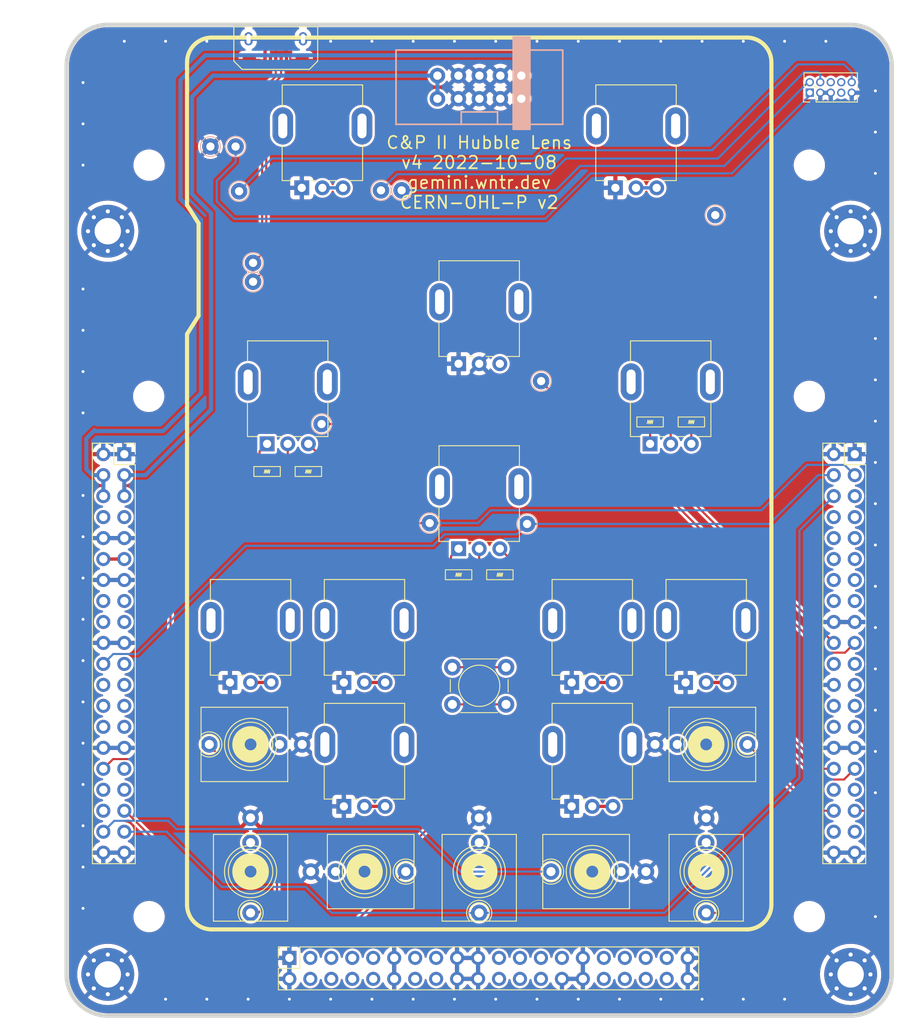
<source format=kicad_pcb>
(kicad_pcb (version 20211014) (generator pcbnew)
  (title_block (title "C&P II Hubble Lens") (date "2022-10-08") (rev "v4") (company "Winterbloom") (comment 1 "gemini.wntr.dev") (comment 2 "CERN-OHL-P v2"))
  (layers (0 "F.Cu" signal) (31 "B.Cu" signal) (34 "B.Paste" user) (35 "F.Paste" user) (36 "B.SilkS" user "B.Silkscreen") (37 "F.SilkS" user "F.Silkscreen") (38 "B.Mask" user) (39 "F.Mask" user) (44 "Edge.Cuts" user))
  (net 0 "")
  (net 1 "GND")
  (net 2 "-12V")
  (net 3 "+12V")
  (net 4 "+3V3")
  (net 30 "/board_3v3")
  (net 32 "DAC_3D")
  (net 33 "DAC_3C")
  (net 34 "DAC_3A")
  (net 35 "DAC_3B")
  (net 36 "DAC_4D")
  (net 37 "DAC_4C")
  (net 38 "DAC_4A")
  (net 39 "DAC_4B")
  (net 40 "DAC_1D")
  (net 41 "DAC_1C")
  (net 42 "DAC_1A")
  (net 43 "DAC_1B")
  (net 44 "DAC_2D")
  (net 45 "DAC_2C")
  (net 46 "DAC_2A")
  (net 47 "DAC_2B")
  (net 55 "EXT_AUDIO_B")
  (net 59 "EXT_AUDIO_A")
  (net 60 "ADC_2C")
  (net 61 "ADC_2D")
  (net 62 "ADC_2A")
  (net 63 "ADC_3C")
  (net 64 "ADC_3D")
  (net 65 "ADC_3A")
  (net 66 "ADC_3B")
  (net 67 "ADC_4C")
  (net 68 "ADC_4D")
  (net 69 "ADC_4A")
  (net 70 "ADC_1C")
  (net 71 "ADC_1D")
  (net 72 "ADC_1A")
  (net 73 "ADC_1B")
  (net 74 "IO5")
  (net 75 "IO4")
  (net 76 "IO3")
  (net 77 "IO2")
  (net 78 "IO1")
  (net 79 "Net-(J104-Pad2)")
  (net 80 "Net-(J104-Pad4)")
  (net 84 "Net-(J104-Pad10)")
  (net 85 "Net-(RV4-Pad2)")
  (net 86 "Net-(RV4-Pad3)")
  (net 87 "Net-(RV4-Pad1)")
  (net 88 "Net-(RV5-Pad2)")
  (net 89 "Net-(RV5-Pad3)")
  (net 90 "Net-(RV5-Pad1)")
  (net 91 "Net-(RV12-Pad2)")
  (net 92 "Net-(RV12-Pad1)")
  (net 93 "Net-(RV12-Pad3)")
  (net 94 "Net-(RV1-Pad2)")
  (net 95 "Net-(RV2-Pad2)")
  (net 97 "Net-(RV6-Pad2)")
  (net 98 "Net-(RV7-Pad2)")
  (net 99 "Net-(RV8-Pad2)")
  (net 100 "Net-(RV9-Pad2)")
  (net 101 "Net-(RV10-Pad2)")
  (net 102 "Net-(RV11-Pad2)")
  (net 103 "/BUTTON")
  (net 104 "EXT_INST_C")
  (net 105 "EXT_INST_D")
  (net 106 "EXT_INST_B")
  (net 107 "EXT_INST_A")
  (net 108 "EXT_FG_B")
  (net 109 "EXT_FG_A")
  (net 110 "EXT_MM_A")
  (net 111 "EXT_MM_V")
  (net 112 "unconnected-(SW2-Pad2)")
  (net 113 "EXT_OSC_D")
  (net 114 "ADC_2B")
  (net 115 "ADC_4B")
  (net 118 "Net-(TP10-Pad1)")
  (net 119 "Net-(TP9-Pad1)")
  (footprint "Connector_PinSocket_2.54mm:PinSocket_2x20_P2.54mm_Vertical" (layer "F.Cu") (at 82 81)
    (fp_text reference "J101" hide)
    (fp_text value "Left" hide)
    (pad "1" thru_hole rect locked (at 0 0) (size 1.7 1.7) (drill 1) (layers *.Cu *.Mask) (net 1 "GND"))
    (pad "2" thru_hole oval locked (at -2.54 0) (size 1.7 1.7) (drill 1) (layers *.Cu *.Mask) (net 1 "GND"))
    (pad "3" thru_hole oval locked (at 0 2.54) (size 1.7 1.7) (drill 1) (layers *.Cu *.Mask) (net 3 "+12V"))
    (pad "4" thru_hole oval locked (at -2.54 2.54) (size 1.7 1.7) (drill 1) (layers *.Cu *.Mask) (net 2 "-12V"))
    (pad "5" thru_hole oval locked (at 0 5.08) (size 1.7 1.7) (drill 1) (layers *.Cu *.Mask) (net 3 "+12V"))
    (pad "6" thru_hole oval locked (at -2.54 5.08) (size 1.7 1.7) (drill 1) (layers *.Cu *.Mask) (net 2 "-12V"))
    (pad "7" thru_hole oval locked (at 0 7.62) (size 1.7 1.7) (drill 1) (layers *.Cu *.Mask))
    (pad "8" thru_hole oval locked (at -2.54 7.62) (size 1.7 1.7) (drill 1) (layers *.Cu *.Mask))
    (pad "9" thru_hole oval locked (at 0 10.16) (size 1.7 1.7) (drill 1) (layers *.Cu *.Mask) (net 1 "GND"))
    (pad "10" thru_hole oval locked (at -2.54 10.16) (size 1.7 1.7) (drill 1) (layers *.Cu *.Mask) (net 1 "GND"))
    (pad "11" thru_hole oval locked (at 0 12.7) (size 1.7 1.7) (drill 1) (layers *.Cu *.Mask) (net 4 "+3V3"))
    (pad "12" thru_hole oval locked (at -2.54 12.7) (size 1.7 1.7) (drill 1) (layers *.Cu *.Mask) (net 4 "+3V3"))
    (pad "13" thru_hole oval locked (at 0 15.24) (size 1.7 1.7) (drill 1) (layers *.Cu *.Mask) (net 1 "GND"))
    (pad "14" thru_hole oval locked (at -2.54 15.24) (size 1.7 1.7) (drill 1) (layers *.Cu *.Mask) (net 1 "GND"))
    (pad "15" thru_hole oval locked (at 0 17.78) (size 1.7 1.7) (drill 1) (layers *.Cu *.Mask))
    (pad "16" thru_hole oval locked (at -2.54 17.78) (size 1.7 1.7) (drill 1) (layers *.Cu *.Mask))
    (pad "17" thru_hole oval locked (at 0 20.32) (size 1.7 1.7) (drill 1) (layers *.Cu *.Mask))
    (pad "18" thru_hole oval locked (at -2.54 20.32) (size 1.7 1.7) (drill 1) (layers *.Cu *.Mask))
    (pad "19" thru_hole oval locked (at 0 22.86) (size 1.7 1.7) (drill 1) (layers *.Cu *.Mask) (net 1 "GND"))
    (pad "20" thru_hole oval locked (at -2.54 22.86) (size 1.7 1.7) (drill 1) (layers *.Cu *.Mask) (net 1 "GND"))
    (pad "21" thru_hole oval locked (at 0 25.4) (size 1.7 1.7) (drill 1) (layers *.Cu *.Mask) (net 73 "ADC_1B"))
    (pad "22" thru_hole oval locked (at -2.54 25.4) (size 1.7 1.7) (drill 1) (layers *.Cu *.Mask) (net 72 "ADC_1A"))
    (pad "23" thru_hole oval locked (at 0 27.94) (size 1.7 1.7) (drill 1) (layers *.Cu *.Mask) (net 71 "ADC_1D"))
    (pad "24" thru_hole oval locked (at -2.54 27.94) (size 1.7 1.7) (drill 1) (layers *.Cu *.Mask) (net 70 "ADC_1C"))
    (pad "25" thru_hole oval locked (at 0 30.48) (size 1.7 1.7) (drill 1) (layers *.Cu *.Mask) (net 115 "ADC_4B"))
    (pad "26" thru_hole oval locked (at -2.54 30.48) (size 1.7 1.7) (drill 1) (layers *.Cu *.Mask) (net 69 "ADC_4A"))
    (pad "27" thru_hole oval locked (at 0 33.02) (size 1.7 1.7) (drill 1) (layers *.Cu *.Mask) (net 68 "ADC_4D"))
    (pad "28" thru_hole oval locked (at -2.54 33.02) (size 1.7 1.7) (drill 1) (layers *.Cu *.Mask) (net 67 "ADC_4C"))
    (pad "29" thru_hole oval locked (at 0 35.56) (size 1.7 1.7) (drill 1) (layers *.Cu *.Mask) (net 1 "GND"))
    (pad "30" thru_hole oval locked (at -2.54 35.56) (size 1.7 1.7) (drill 1) (layers *.Cu *.Mask) (net 1 "GND"))
    (pad "31" thru_hole oval locked (at 0 38.1) (size 1.7 1.7) (drill 1) (layers *.Cu *.Mask) (net 66 "ADC_3B"))
    (pad "32" thru_hole oval locked (at -2.54 38.1) (size 1.7 1.7) (drill 1) (layers *.Cu *.Mask) (net 65 "ADC_3A"))
    (pad "33" thru_hole oval locked (at 0 40.64) (size 1.7 1.7) (drill 1) (layers *.Cu *.Mask) (net 64 "ADC_3D"))
    (pad "34" thru_hole oval locked (at -2.54 40.64) (size 1.7 1.7) (drill 1) (layers *.Cu *.Mask) (net 63 "ADC_3C"))
    (pad "35" thru_hole oval locked (at 0 43.18) (size 1.7 1.7) (drill 1) (layers *.Cu *.Mask) (net 114 "ADC_2B"))
    (pad "36" thru_hole oval locked (at -2.54 43.18) (size 1.7 1.7) (drill 1) (layers *.Cu *.Mask) (net 62 "ADC_2A"))
    (pad "37" thru_hole oval locked (at 0 45.72) (size 1.7 1.7) (drill 1) (layers *.Cu *.Mask) (net 61 "ADC_2D"))
    (pad "38" thru_hole oval locked (at -2.54 45.72) (size 1.7 1.7) (drill 1) (layers *.Cu *.Mask) (net 60 "ADC_2C"))
    (pad "39" thru_hole oval locked (at 0 48.26) (size 1.7 1.7) (drill 1) (layers *.Cu *.Mask) (net 1 "GND"))
    (pad "40" thru_hole oval locked (at -2.54 48.26) (size 1.7 1.7) (drill 1) (layers *.Cu *.Mask) (net 1 "GND"))
  )
  (footprint "Connector_PinSocket_2.54mm:PinSocket_2x20_P2.54mm_Vertical" (layer "F.Cu") (at 102 142 90)
    (fp_text reference "J102" hide)
    (fp_text value "Bottom" hide)
    (pad "1" thru_hole rect locked (at 0 0 90) (size 1.7 1.7) (drill 1) (layers *.Cu *.Mask) (net 1 "GND"))
    (pad "2" thru_hole oval locked (at -2.54 0 90) (size 1.7 1.7) (drill 1) (layers *.Cu *.Mask) (net 1 "GND"))
    (pad "3" thru_hole oval locked (at 0 2.54 90) (size 1.7 1.7) (drill 1) (layers *.Cu *.Mask))
    (pad "4" thru_hole oval locked (at -2.54 2.54 90) (size 1.7 1.7) (drill 1) (layers *.Cu *.Mask))
    (pad "5" thru_hole oval locked (at 0 5.08 90) (size 1.7 1.7) (drill 1) (layers *.Cu *.Mask))
    (pad "6" thru_hole oval locked (at -2.54 5.08 90) (size 1.7 1.7) (drill 1) (layers *.Cu *.Mask))
    (pad "7" thru_hole oval locked (at 0 7.62 90) (size 1.7 1.7) (drill 1) (layers *.Cu *.Mask))
    (pad "8" thru_hole oval locked (at -2.54 7.62 90) (size 1.7 1.7) (drill 1) (layers *.Cu *.Mask))
    (pad "9" thru_hole oval locked (at 0 10.16 90) (size 1.7 1.7) (drill 1) (layers *.Cu *.Mask))
    (pad "10" thru_hole oval locked (at -2.54 10.16 90) (size 1.7 1.7) (drill 1) (layers *.Cu *.Mask))
    (pad "11" thru_hole oval locked (at 0 12.7 90) (size 1.7 1.7) (drill 1) (layers *.Cu *.Mask) (net 1 "GND"))
    (pad "12" thru_hole oval locked (at -2.54 12.7 90) (size 1.7 1.7) (drill 1) (layers *.Cu *.Mask) (net 1 "GND"))
    (pad "13" thru_hole oval locked (at 0 15.24 90) (size 1.7 1.7) (drill 1) (layers *.Cu *.Mask))
    (pad "14" thru_hole oval locked (at -2.54 15.24 90) (size 1.7 1.7) (drill 1) (layers *.Cu *.Mask))
    (pad "15" thru_hole oval locked (at 0 17.78 90) (size 1.7 1.7) (drill 1) (layers *.Cu *.Mask))
    (pad "16" thru_hole oval locked (at -2.54 17.78 90) (size 1.7 1.7) (drill 1) (layers *.Cu *.Mask))
    (pad "17" thru_hole oval locked (at 0 20.32 90) (size 1.7 1.7) (drill 1) (layers *.Cu *.Mask) (net 1 "GND"))
    (pad "18" thru_hole oval locked (at -2.54 20.32 90) (size 1.7 1.7) (drill 1) (layers *.Cu *.Mask) (net 1 "GND"))
    (pad "19" thru_hole oval locked (at 0 22.86 90) (size 1.7 1.7) (drill 1) (layers *.Cu *.Mask) (net 1 "GND"))
    (pad "20" thru_hole oval locked (at -2.54 22.86 90) (size 1.7 1.7) (drill 1) (layers *.Cu *.Mask) (net 1 "GND"))
    (pad "21" thru_hole oval locked (at 0 25.4 90) (size 1.7 1.7) (drill 1) (layers *.Cu *.Mask))
    (pad "22" thru_hole oval locked (at -2.54 25.4 90) (size 1.7 1.7) (drill 1) (layers *.Cu *.Mask))
    (pad "23" thru_hole oval locked (at 0 27.94 90) (size 1.7 1.7) (drill 1) (layers *.Cu *.Mask))
    (pad "24" thru_hole oval locked (at -2.54 27.94 90) (size 1.7 1.7) (drill 1) (layers *.Cu *.Mask))
    (pad "25" thru_hole oval locked (at 0 30.48 90) (size 1.7 1.7) (drill 1) (layers *.Cu *.Mask))
    (pad "26" thru_hole oval locked (at -2.54 30.48 90) (size 1.7 1.7) (drill 1) (layers *.Cu *.Mask))
    (pad "27" thru_hole oval locked (at 0 33.02 90) (size 1.7 1.7) (drill 1) (layers *.Cu *.Mask))
    (pad "28" thru_hole oval locked (at -2.54 33.02 90) (size 1.7 1.7) (drill 1) (layers *.Cu *.Mask) (net 1 "GND"))
    (pad "29" thru_hole oval locked (at 0 35.56 90) (size 1.7 1.7) (drill 1) (layers *.Cu *.Mask) (net 1 "GND"))
    (pad "30" thru_hole oval locked (at -2.54 35.56 90) (size 1.7 1.7) (drill 1) (layers *.Cu *.Mask) (net 1 "GND"))
    (pad "31" thru_hole oval locked (at 0 38.1 90) (size 1.7 1.7) (drill 1) (layers *.Cu *.Mask) (net 32 "DAC_3D"))
    (pad "32" thru_hole oval locked (at -2.54 38.1 90) (size 1.7 1.7) (drill 1) (layers *.Cu *.Mask) (net 33 "DAC_3C"))
    (pad "33" thru_hole oval locked (at 0 40.64 90) (size 1.7 1.7) (drill 1) (layers *.Cu *.Mask) (net 35 "DAC_3B"))
    (pad "34" thru_hole oval locked (at -2.54 40.64 90) (size 1.7 1.7) (drill 1) (layers *.Cu *.Mask) (net 34 "DAC_3A"))
    (pad "35" thru_hole oval locked (at 0 43.18 90) (size 1.7 1.7) (drill 1) (layers *.Cu *.Mask) (net 44 "DAC_2D"))
    (pad "36" thru_hole oval locked (at -2.54 43.18 90) (size 1.7 1.7) (drill 1) (layers *.Cu *.Mask) (net 45 "DAC_2C"))
    (pad "37" thru_hole oval locked (at 0 45.72 90) (size 1.7 1.7) (drill 1) (layers *.Cu *.Mask) (net 47 "DAC_2B"))
    (pad "38" thru_hole oval locked (at -2.54 45.72 90) (size 1.7 1.7) (drill 1) (layers *.Cu *.Mask) (net 46 "DAC_2A"))
    (pad "39" thru_hole oval locked (at 0 48.26 90) (size 1.7 1.7) (drill 1) (layers *.Cu *.Mask) (net 1 "GND"))
    (pad "40" thru_hole oval locked (at -2.54 48.26 90) (size 1.7 1.7) (drill 1) (layers *.Cu *.Mask) (net 1 "GND"))
  )
  (footprint "Connector_PinSocket_2.54mm:PinSocket_2x20_P2.54mm_Vertical" (layer "F.Cu") (at 170.5 81)
    (fp_text reference "J103" hide)
    (fp_text value "Right" hide)
    (pad "1" thru_hole rect locked (at 0 0) (size 1.7 1.7) (drill 1) (layers *.Cu *.Mask) (net 1 "GND"))
    (pad "2" thru_hole oval locked (at -2.54 0) (size 1.7 1.7) (drill 1) (layers *.Cu *.Mask) (net 1 "GND"))
    (pad "3" thru_hole oval locked (at 0 2.54) (size 1.7 1.7) (drill 1) (layers *.Cu *.Mask) (net 65 "ADC_3A"))
    (pad "4" thru_hole oval locked (at -2.54 2.54) (size 1.7 1.7) (drill 1) (layers *.Cu *.Mask) (net 72 "ADC_1A"))
    (pad "5" thru_hole oval locked (at 0 5.08) (size 1.7 1.7) (drill 1) (layers *.Cu *.Mask) (net 113 "EXT_OSC_D"))
    (pad "6" thru_hole oval locked (at -2.54 5.08) (size 1.7 1.7) (drill 1) (layers *.Cu *.Mask) (net 61 "ADC_2D"))
    (pad "7" thru_hole oval locked (at 0 7.62) (size 1.7 1.7) (drill 1) (layers *.Cu *.Mask) (net 59 "EXT_AUDIO_A"))
    (pad "8" thru_hole oval locked (at -2.54 7.62) (size 1.7 1.7) (drill 1) (layers *.Cu *.Mask) (net 55 "EXT_AUDIO_B"))
    (pad "9" thru_hole oval locked (at 0 10.16) (size 1.7 1.7) (drill 1) (layers *.Cu *.Mask) (net 111 "EXT_MM_V"))
    (pad "10" thru_hole oval locked (at -2.54 10.16) (size 1.7 1.7) (drill 1) (layers *.Cu *.Mask) (net 110 "EXT_MM_A"))
    (pad "11" thru_hole oval locked (at 0 12.7) (size 1.7 1.7) (drill 1) (layers *.Cu *.Mask) (net 109 "EXT_FG_A"))
    (pad "12" thru_hole oval locked (at -2.54 12.7) (size 1.7 1.7) (drill 1) (layers *.Cu *.Mask) (net 108 "EXT_FG_B"))
    (pad "13" thru_hole oval locked (at 0 15.24) (size 1.7 1.7) (drill 1) (layers *.Cu *.Mask) (net 107 "EXT_INST_A"))
    (pad "14" thru_hole oval locked (at -2.54 15.24) (size 1.7 1.7) (drill 1) (layers *.Cu *.Mask) (net 106 "EXT_INST_B"))
    (pad "15" thru_hole oval locked (at 0 17.78) (size 1.7 1.7) (drill 1) (layers *.Cu *.Mask) (net 105 "EXT_INST_D"))
    (pad "16" thru_hole oval locked (at -2.54 17.78) (size 1.7 1.7) (drill 1) (layers *.Cu *.Mask) (net 104 "EXT_INST_C"))
    (pad "17" thru_hole oval locked (at 0 20.32) (size 1.7 1.7) (drill 1) (layers *.Cu *.Mask) (net 1 "GND"))
    (pad "18" thru_hole oval locked (at -2.54 20.32) (size 1.7 1.7) (drill 1) (layers *.Cu *.Mask) (net 1 "GND"))
    (pad "19" thru_hole oval locked (at 0 22.86) (size 1.7 1.7) (drill 1) (layers *.Cu *.Mask) (net 78 "IO1"))
    (pad "20" thru_hole oval locked (at -2.54 22.86) (size 1.7 1.7) (drill 1) (layers *.Cu *.Mask) (net 77 "IO2"))
    (pad "21" thru_hole oval locked (at 0 25.4) (size 1.7 1.7) (drill 1) (layers *.Cu *.Mask) (net 76 "IO3"))
    (pad "22" thru_hole oval locked (at -2.54 25.4) (size 1.7 1.7) (drill 1) (layers *.Cu *.Mask) (net 75 "IO4"))
    (pad "23" thru_hole oval locked (at 0 27.94) (size 1.7 1.7) (drill 1) (layers *.Cu *.Mask) (net 74 "IO5"))
    (pad "24" thru_hole oval locked (at -2.54 27.94) (size 1.7 1.7) (drill 1) (layers *.Cu *.Mask) (net 1 "GND"))
    (pad "25" thru_hole oval locked (at 0 30.48) (size 1.7 1.7) (drill 1) (layers *.Cu *.Mask))
    (pad "26" thru_hole oval locked (at -2.54 30.48) (size 1.7 1.7) (drill 1) (layers *.Cu *.Mask))
    (pad "27" thru_hole oval locked (at 0 33.02) (size 1.7 1.7) (drill 1) (layers *.Cu *.Mask))
    (pad "28" thru_hole oval locked (at -2.54 33.02) (size 1.7 1.7) (drill 1) (layers *.Cu *.Mask))
    (pad "29" thru_hole oval locked (at 0 35.56) (size 1.7 1.7) (drill 1) (layers *.Cu *.Mask) (net 1 "GND"))
    (pad "30" thru_hole oval locked (at -2.54 35.56) (size 1.7 1.7) (drill 1) (layers *.Cu *.Mask) (net 1 "GND"))
    (pad "31" thru_hole oval locked (at 0 38.1) (size 1.7 1.7) (drill 1) (layers *.Cu *.Mask) (net 43 "DAC_1B"))
    (pad "32" thru_hole oval locked (at -2.54 38.1) (size 1.7 1.7) (drill 1) (layers *.Cu *.Mask) (net 42 "DAC_1A"))
    (pad "33" thru_hole oval locked (at 0 40.64) (size 1.7 1.7) (drill 1) (layers *.Cu *.Mask) (net 40 "DAC_1D"))
    (pad "34" thru_hole oval locked (at -2.54 40.64) (size 1.7 1.7) (drill 1) (layers *.Cu *.Mask) (net 41 "DAC_1C"))
    (pad "35" thru_hole oval locked (at 0 43.18) (size 1.7 1.7) (drill 1) (layers *.Cu *.Mask) (net 39 "DAC_4B"))
    (pad "36" thru_hole oval locked (at -2.54 43.18) (size 1.7 1.7) (drill 1) (layers *.Cu *.Mask) (net 38 "DAC_4A"))
    (pad "37" thru_hole oval locked (at 0 45.72) (size 1.7 1.7) (drill 1) (layers *.Cu *.Mask) (net 36 "DAC_4D"))
    (pad "38" thru_hole oval locked (at -2.54 45.72) (size 1.7 1.7) (drill 1) (layers *.Cu *.Mask) (net 37 "DAC_4C"))
    (pad "39" thru_hole oval locked (at 0 48.26) (size 1.7 1.7) (drill 1) (layers *.Cu *.Mask) (net 1 "GND"))
    (pad "40" thru_hole oval locked (at -2.54 48.26) (size 1.7 1.7) (drill 1) (layers *.Cu *.Mask) (net 1 "GND"))
  )
  (footprint "MountingHole:MountingHole_3.2mm_M3_Pad_Via" (layer "F.Cu") (at 80 54)
    (fp_text reference "H2" hide)
    (fp_text value "M3" hide)
    (pad "1" thru_hole circle locked (at 2.4 0) (size 0.8 0.8) (drill 0.5) (layers *.Cu *.Mask) (net 1 "GND"))
    (pad "1" thru_hole circle locked (at 1.697056 -1.697056) (size 0.8 0.8) (drill 0.5) (layers *.Cu *.Mask) (net 1 "GND"))
    (pad "1" thru_hole circle locked (at 1.697056 1.697056) (size 0.8 0.8) (drill 0.5) (layers *.Cu *.Mask) (net 1 "GND"))
    (pad "1" thru_hole circle locked (at -1.697056 -1.697056) (size 0.8 0.8) (drill 0.5) (layers *.Cu *.Mask) (net 1 "GND"))
    (pad "1" thru_hole circle locked (at 0 -2.4) (size 0.8 0.8) (drill 0.5) (layers *.Cu *.Mask) (net 1 "GND"))
    (pad "1" thru_hole circle locked (at 0 0) (size 6.4 6.4) (drill 3.2) (layers *.Cu *.Mask) (net 1 "GND"))
    (pad "1" thru_hole circle locked (at -1.697056 1.697056) (size 0.8 0.8) (drill 0.5) (layers *.Cu *.Mask) (net 1 "GND"))
    (pad "1" thru_hole circle locked (at -2.4 0) (size 0.8 0.8) (drill 0.5) (layers *.Cu *.Mask) (net 1 "GND"))
    (pad "1" thru_hole circle locked (at 0 2.4) (size 0.8 0.8) (drill 0.5) (layers *.Cu *.Mask) (net 1 "GND"))
  )
  (footprint "MountingHole:MountingHole_3.2mm_M3_Pad_Via" (layer "F.Cu") (at 170 144)
    (fp_text reference "H3" hide)
    (fp_text value "M3" hide)
    (pad "1" thru_hole circle locked (at 1.697056 -1.697056) (size 0.8 0.8) (drill 0.5) (layers *.Cu *.Mask) (net 1 "GND"))
    (pad "1" thru_hole circle locked (at 0 2.4) (size 0.8 0.8) (drill 0.5) (layers *.Cu *.Mask) (net 1 "GND"))
    (pad "1" thru_hole circle locked (at -1.697056 1.697056) (size 0.8 0.8) (drill 0.5) (layers *.Cu *.Mask) (net 1 "GND"))
    (pad "1" thru_hole circle locked (at -2.4 0) (size 0.8 0.8) (drill 0.5) (layers *.Cu *.Mask) (net 1 "GND"))
    (pad "1" thru_hole circle locked (at 0 -2.4) (size 0.8 0.8) (drill 0.5) (layers *.Cu *.Mask) (net 1 "GND"))
    (pad "1" thru_hole circle locked (at 0 0) (size 6.4 6.4) (drill 3.2) (layers *.Cu *.Mask) (net 1 "GND"))
    (pad "1" thru_hole circle locked (at 1.697056 1.697056) (size 0.8 0.8) (drill 0.5) (layers *.Cu *.Mask) (net 1 "GND"))
    (pad "1" thru_hole circle locked (at -1.697056 -1.697056) (size 0.8 0.8) (drill 0.5) (layers *.Cu *.Mask) (net 1 "GND"))
    (pad "1" thru_hole circle locked (at 2.4 0) (size 0.8 0.8) (drill 0.5) (layers *.Cu *.Mask) (net 1 "GND"))
  )
  (footprint "MountingHole:MountingHole_3.2mm_M3_Pad_Via" (layer "F.Cu") (at 170 54)
    (fp_text reference "H4" hide)
    (fp_text value "M3" hide)
    (pad "1" thru_hole circle locked (at 0 -2.4) (size 0.8 0.8) (drill 0.5) (layers *.Cu *.Mask) (net 1 "GND"))
    (pad "1" thru_hole circle locked (at 0 2.4) (size 0.8 0.8) (drill 0.5) (layers *.Cu *.Mask) (net 1 "GND"))
    (pad "1" thru_hole circle locked (at 0 0) (size 6.4 6.4) (drill 3.2) (layers *.Cu *.Mask) (net 1 "GND"))
    (pad "1" thru_hole circle locked (at 1.697056 1.697056) (size 0.8 0.8) (drill 0.5) (layers *.Cu *.Mask) (net 1 "GND"))
    (pad "1" thru_hole circle locked (at 1.697056 -1.697056) (size 0.8 0.8) (drill 0.5) (layers *.Cu *.Mask) (net 1 "GND"))
    (pad "1" thru_hole circle locked (at -1.697056 -1.697056) (size 0.8 0.8) (drill 0.5) (layers *.Cu *.Mask) (net 1 "GND"))
    (pad "1" thru_hole circle locked (at -2.4 0) (size 0.8 0.8) (drill 0.5) (layers *.Cu *.Mask) (net 1 "GND"))
    (pad "1" thru_hole circle locked (at -1.697056 1.697056) (size 0.8 0.8) (drill 0.5) (layers *.Cu *.Mask) (net 1 "GND"))
    (pad "1" thru_hole circle locked (at 2.4 0) (size 0.8 0.8) (drill 0.5) (layers *.Cu *.Mask) (net 1 "GND"))
  )
  (footprint "MountingHole:MountingHole_3.2mm_M3_Pad_Via" (layer "F.Cu") (at 80 144)
    (fp_text reference "H5" hide)
    (fp_text value "M3" hide)
    (pad "1" thru_hole circle locked (at 2.4 0) (size 0.8 0.8) (drill 0.5) (layers *.Cu *.Mask) (net 1 "GND"))
    (pad "1" thru_hole circle locked (at -1.697056 1.697056) (size 0.8 0.8) (drill 0.5) (layers *.Cu *.Mask) (net 1 "GND"))
    (pad "1" thru_hole circle locked (at 0 2.4) (size 0.8 0.8) (drill 0.5) (layers *.Cu *.Mask) (net 1 "GND"))
    (pad "1" thru_hole circle locked (at 1.697056 1.697056) (size 0.8 0.8) (drill 0.5) (layers *.Cu *.Mask) (net 1 "GND"))
    (pad "1" thru_hole circle locked (at 0 0) (size 6.4 6.4) (drill 3.2) (layers *.Cu *.Mask) (net 1 "GND"))
    (pad "1" thru_hole circle locked (at 1.697056 -1.697056) (size 0.8 0.8) (drill 0.5) (layers *.Cu *.Mask) (net 1 "GND"))
    (pad "1" thru_hole circle locked (at -2.4 0) (size 0.8 0.8) (drill 0.5) (layers *.Cu *.Mask) (net 1 "GND"))
    (pad "1" thru_hole circle locked (at -1.697056 -1.697056) (size 0.8 0.8) (drill 0.5) (layers *.Cu *.Mask) (net 1 "GND"))
    (pad "1" thru_hole circle locked (at 0 -2.4) (size 0.8 0.8) (drill 0.5) (layers *.Cu *.Mask) (net 1 "GND"))
  )
  (footprint "MountingHole:MountingHole_3.2mm_M3" (layer "F.Cu") (at 85 137)
    (fp_text reference "H6" hide)
    (fp_text value "M3" hide)
    (pad "" np_thru_hole circle locked (at 0 0) (size 3.2 3.2) (drill 3.2) (layers *.Cu *.Mask))
  )
  (footprint "MountingHole:MountingHole_3.2mm_M3" (layer "F.Cu") (at 165 137)
    (fp_text reference "H7" hide)
    (fp_text value "M3" hide)
    (pad "" np_thru_hole circle locked (at 0 0) (size 3.2 3.2) (drill 3.2) (layers *.Cu *.Mask))
  )
  (footprint "MountingHole:MountingHole_3.2mm_M3" (layer "F.Cu") (at 85 46)
    (fp_text reference "H8" hide)
    (fp_text value "M3" hide)
    (pad "" np_thru_hole circle locked (at 0 0) (size 3.2 3.2) (drill 3.2) (layers *.Cu *.Mask))
  )
  (footprint "MountingHole:MountingHole_3.2mm_M3" (layer "F.Cu") (at 165 46)
    (fp_text reference "H9" hide)
    (fp_text value "M3" hide)
    (pad "" np_thru_hole circle locked (at 0 0) (size 3.2 3.2) (drill 3.2) (layers *.Cu *.Mask))
  )
  (footprint "winterbloom:AudioJack_WQP518MA" (layer "F.Cu") (at 138.7 131.55 90)
    (fp_text reference "J8" hide)
    (fp_text value "POLLUX OUT" hide)
    (pad "S" thru_hole circle locked (at 0 6.5 90) (size 2 2) (drill 1.1) (layers *.Cu *.Mask) (net 1 "GND"))
    (pad "T" thru_hole circle locked (at 0 -5 90) (size 2 2) (drill 1.1) (layers *.Cu *.Mask) (net 60 "ADC_2C"))
    (pad "TN" thru_hole circle locked (at 0 3.5 90) (size 2 2) (drill 1.1) (layers *.Cu *.Mask))
    (zone (net 0) (net_name "") (layer "F.Cu") (connect_pads (clearance 0)) (min_thickness 0.254)
      (keepout (tracks not_allowed) (vias not_allowed) (pads not_allowed) (copperpour not_allowed) (footprints not_allowed))
      (fill (thermal_gap 0.508) (thermal_bridge_width 0.508))
      (polygon (pts (xy 137.5 130.65) (xy 138.1 130.15) (xy 138.7 130.05) (xy 139.3 130.15) (xy 139.9 130.65) (xy 140.2 131.55) (xy 139.9 132.45) (xy 139.3 132.95) (xy 138.7 133.05) (xy 138.1 132.95) (xy 137.5 132.45) (xy 137.2 131.55)))
    )
  )
  (footprint "winterbloom:R_0603_HandSolder" (layer "F.Cu") (at 150.7 77.1)
    (fp_text reference "R3" hide)
    (fp_text value "5k" hide)
    (pad "1" smd roundrect (at -0.9125 0) (size 0.975 0.95) (layers "F.Cu" "F.Paste" "F.Mask") (net 88 "Net-(RV5-Pad2)"))
    (pad "2" smd roundrect (at 0.9125 0) (size 0.975 0.95) (layers "F.Cu" "F.Paste" "F.Mask") (net 89 "Net-(RV5-Pad3)"))
  )
  (footprint "winterbloom:Potentiometer_Alpha_R0904N" (layer "F.Cu") (at 97.3 101.15)
    (fp_text reference "RV6" hide)
    (fp_text value "Ramp level" hide)
    (pad "" thru_hole oval locked (at -4.8 0 180) (size 2.5 4.5) (drill oval 1.1 3) (layers *.Cu *.Mask))
    (pad "" thru_hole oval locked (at 4.8 0 180) (size 2.5 4.5) (drill oval 1.1 3) (layers *.Cu *.Mask))
    (pad "1" thru_hole rect locked (at -2.5 7.5 180) (size 1.8 1.8) (drill 1) (layers *.Cu *.Mask) (net 1 "GND"))
    (pad "2" thru_hole circle locked (at 0 7.5 180) (size 1.8 1.8) (drill 1) (layers *.Cu *.Mask) (net 97 "Net-(RV6-Pad2)"))
    (pad "3" thru_hole circle locked (at 2.5 7.5 180) (size 1.8 1.8) (drill 1) (layers *.Cu *.Mask) (net 97 "Net-(RV6-Pad2)"))
  )
  (footprint "winterbloom:Potentiometer_Alpha_R0904N" (layer "F.Cu") (at 106 41.25)
    (fp_text reference "RV1" hide)
    (fp_text value "Castor pitch" hide)
    (pad "" thru_hole oval locked (at -4.8 0 180) (size 2.5 4.5) (drill oval 1.1 3) (layers *.Cu *.Mask))
    (pad "" thru_hole oval locked (at 4.8 0 180) (size 2.5 4.5) (drill oval 1.1 3) (layers *.Cu *.Mask))
    (pad "1" thru_hole rect locked (at -2.5 7.5 180) (size 1.8 1.8) (drill 1) (layers *.Cu *.Mask) (net 1 "GND"))
    (pad "2" thru_hole circle locked (at 0 7.5 180) (size 1.8 1.8) (drill 1) (layers *.Cu *.Mask) (net 94 "Net-(RV1-Pad2)"))
    (pad "3" thru_hole circle locked (at 2.5 7.5 180) (size 1.8 1.8) (drill 1) (layers *.Cu *.Mask) (net 94 "Net-(RV1-Pad2)"))
  )
  (footprint "winterbloom:R_0603_HandSolder" (layer "F.Cu") (at 104.3 83.1)
    (fp_text reference "R1" hide)
    (fp_text value "5k" hide)
    (pad "1" smd roundrect (at -0.9125 0) (size 0.975 0.95) (layers "F.Cu" "F.Paste" "F.Mask") (net 85 "Net-(RV4-Pad2)"))
    (pad "2" smd roundrect (at 0.9125 0) (size 0.975 0.95) (layers "F.Cu" "F.Paste" "F.Mask") (net 86 "Net-(RV4-Pad3)"))
  )
  (footprint "winterbloom:Potentiometer_Alpha_R0904N" (layer "F.Cu") (at 125 62.55)
    (fp_text reference "RV3" hide)
    (fp_text value "LFO" hide)
    (pad "" thru_hole oval locked (at 4.8 0 180) (size 2.5 4.5) (drill oval 1.1 3) (layers *.Cu *.Mask))
    (pad "" thru_hole oval locked (at -4.8 0 180) (size 2.5 4.5) (drill oval 1.1 3) (layers *.Cu *.Mask))
    (pad "1" thru_hole rect locked (at -2.5 7.5 180) (size 1.8 1.8) (drill 1) (layers *.Cu *.Mask) (net 1 "GND"))
    (pad "2" thru_hole circle locked (at 0 7.5 180) (size 1.8 1.8) (drill 1) (layers *.Cu *.Mask) (net 1 "GND"))
    (pad "3" thru_hole circle locked (at 2.5 7.5 180) (size 1.8 1.8) (drill 1) (layers *.Cu *.Mask))
  )
  (footprint "winterbloom:USB_B_Micro_Receptacle" (layer "F.Cu") (at 100.5 31.8 90)
    (fp_text reference "J105" hide)
    (fp_text value "USB" hide)
    (pad "1" smd rect (at -1.57 1.14794) (size 0.39878 1.34874) (layers "F.Cu" "F.Paste" "F.Mask") (clearance 0.127))
    (pad "2" smd rect (at -1.57 0.4977) (size 0.39878 1.34874) (layers "F.Cu" "F.Paste" "F.Mask") (net 118 "Net-(TP10-Pad1)") (clearance 0.127))
    (pad "3" smd rect (at -1.57 -0.15) (size 0.39878 1.34874) (layers "F.Cu" "F.Paste" "F.Mask") (net 119 "Net-(TP9-Pad1)") (clearance 0.127))
    (pad "4" smd rect (at -1.57 -0.7977) (size 0.39878 1.34874) (layers "F.Cu" "F.Paste" "F.Mask") (clearance 0.127))
    (pad "5" smd rect (at -1.57 -1.44794) (size 0.39878 1.34874) (layers "F.Cu" "F.Paste" "F.Mask") (net 1 "GND") (clearance 0.127))
    (pad "S1" thru_hole oval (at 1.1 3.15 180) (size 1 1.6) (drill oval 0.5 1.2) (layers *.Cu *.Mask "F.Paste") (net 1 "GND"))
    (pad "S2" thru_hole oval (at 1.1 -3.45 180) (size 1 1.6) (drill oval 0.5 1.2) (layers *.Cu *.Mask "F.Paste") (net 1 "GND"))
    (pad "S3" smd rect (at -1.57 3.04786 270) (size 1.39954 1.59766) (layers "F.Cu" "F.Paste" "F.Mask") (net 1 "GND"))
    (pad "S4" smd rect (at -1.57 -3.34786 270) (size 1.39954 1.59766) (layers "F.Cu" "F.Paste" "F.Mask") (net 1 "GND"))
    (pad "S5" smd rect (at 1.10462 1.04888 180) (size 1.89992 1.89992) (layers "F.Cu" "F.Paste" "F.Mask") (net 1 "GND"))
    (pad "S6" smd rect (at 1.10462 -1.34888 180) (size 1.89992 1.89992) (layers "F.Cu" "F.Paste" "F.Mask") (net 1 "GND"))
  )
  (footprint "winterbloom:Potentiometer_Alpha_R0904N" (layer "F.Cu") (at 138.7 101.15)
    (fp_text reference "RV10" hide)
    (fp_text value "Pulse level" hide)
    (pad "" thru_hole oval locked (at 4.8 0 180) (size 2.5 4.5) (drill oval 1.1 3) (layers *.Cu *.Mask))
    (pad "" thru_hole oval locked (at -4.8 0 180) (size 2.5 4.5) (drill oval 1.1 3) (layers *.Cu *.Mask))
    (pad "1" thru_hole rect locked (at -2.5 7.5 180) (size 1.8 1.8) (drill 1) (layers *.Cu *.Mask) (net 1 "GND"))
    (pad "2" thru_hole circle locked (at 0 7.5 180) (size 1.8 1.8) (drill 1) (layers *.Cu *.Mask) (net 101 "Net-(RV10-Pad2)"))
    (pad "3" thru_hole circle locked (at 2.5 7.5 180) (size 1.8 1.8) (drill 1) (layers *.Cu *.Mask) (net 101 "Net-(RV10-Pad2)"))
  )
  (footprint "winterbloom:AudioJack_WQP518MA" (layer "F.Cu") (at 97.3 131.55 180)
    (fp_text reference "J3" hide)
    (fp_text value "CASTOR PITCH" hide)
    (pad "S" thru_hole circle locked (at 0 6.5 180) (size 2 2) (drill 1.1) (layers *.Cu *.Mask) (net 1 "GND"))
    (pad "T" thru_hole circle locked (at 0 -5 180) (size 2 2) (drill 1.1) (layers *.Cu *.Mask) (net 43 "DAC_1B"))
    (pad "TN" thru_hole circle locked (at 0 3.5 180) (size 2 2) (drill 1.1) (layers *.Cu *.Mask))
    (zone (net 0) (net_name "") (layer "F.Cu") (connect_pads (clearance 0)) (min_thickness 0.254)
      (keepout (tracks not_allowed) (vias not_allowed) (pads not_allowed) (copperpour not_allowed) (footprints not_allowed))
      (fill (thermal_gap 0.508) (thermal_bridge_width 0.508))
      (polygon (pts (xy 96.4 132.75) (xy 95.9 132.15) (xy 95.8 131.55) (xy 95.9 130.95) (xy 96.4 130.35) (xy 97.3 130.05) (xy 98.2 130.35) (xy 98.7 130.95) (xy 98.8 131.55) (xy 98.7 132.15) (xy 98.2 132.75) (xy 97.3 133.05)))
    )
  )
  (footprint "winterbloom:R_0603_HandSolder" (layer "F.Cu") (at 122.5 95.6 180)
    (fp_text reference "R5" hide)
    (fp_text value "5k" hide)
    (pad "1" smd roundrect (at -0.9125 0 180) (size 0.975 0.95) (layers "F.Cu" "F.Paste" "F.Mask") (net 91 "Net-(RV12-Pad2)"))
    (pad "2" smd roundrect (at 0.9125 0 180) (size 0.975 0.95) (layers "F.Cu" "F.Paste" "F.Mask") (net 92 "Net-(RV12-Pad1)"))
  )
  (footprint "MountingHole:MountingHole_3.2mm_M3" (layer "F.Cu") (at 84.953524 74)
    (fp_text reference "H10" hide)
    (fp_text value "M3" hide)
    (pad "" np_thru_hole circle (at 0 0) (size 3.2 3.2) (drill 3.2) (layers *.Cu *.Mask))
  )
  (footprint "winterbloom:AudioJack_WQP518MA" (layer "F.Cu") (at 152.5 116.15 -90)
    (fp_text reference "J6" hide)
    (fp_text value "POLLUX DUTY" hide)
    (pad "S" thru_hole circle (at 0 6.2 270) (size 2 2) (drill 1.1) (layers *.Cu *.Mask) (net 1 "GND"))
    (pad "T" thru_hole circle (at 0 -5 270) (size 2 2) (drill 1.1) (layers *.Cu *.Mask) (net 38 "DAC_4A"))
    (pad "TN" thru_hole circle (at 0 3.5 270) (size 2 2) (drill 1.1) (layers *.Cu *.Mask))
    (zone (net 0) (net_name "") (layer "F.Cu") (connect_pads (clearance 0)) (min_thickness 0.254)
      (keepout (tracks not_allowed) (vias not_allowed) (pads not_allowed) (copperpour not_allowed) (footprints not_allowed))
      (fill (thermal_gap 0.508) (thermal_bridge_width 0.508))
      (polygon (pts (xy 153.7 117.05) (xy 153.1 117.55) (xy 152.5 117.65) (xy 151.9 117.55) (xy 151.3 117.05) (xy 151 116.15) (xy 151.3 115.25) (xy 151.9 114.75) (xy 152.5 114.65) (xy 153.1 114.75) (xy 153.7 115.25) (xy 154 116.15)))
    )
  )
  (footprint "winterbloom:R_0603_HandSolder" (layer "F.Cu") (at 127.5 95.6 180)
    (fp_text reference "R6" hide)
    (fp_text value "5k" hide)
    (pad "1" smd roundrect (at -0.9125 0 180) (size 0.975 0.95) (layers "F.Cu" "F.Paste" "F.Mask") (net 93 "Net-(RV12-Pad3)"))
    (pad "2" smd roundrect (at 0.9125 0 180) (size 0.975 0.95) (layers "F.Cu" "F.Paste" "F.Mask") (net 91 "Net-(RV12-Pad2)"))
  )
  (footprint "winterbloom:Tactile_Switch_6mm" (layer "F.Cu") (at 125 109.05 180)
    (fp_text reference "SW2" hide)
    (fp_text value "BUTTON" hide)
    (pad "1" thru_hole circle locked (at -3.25 -2.25 270) (size 2 2) (drill 1.1) (layers *.Cu *.Mask) (net 103 "/BUTTON"))
    (pad "1" thru_hole circle locked (at 3.25 -2.25 270) (size 2 2) (drill 1.1) (layers *.Cu *.Mask) (net 103 "/BUTTON"))
    (pad "2" thru_hole circle locked (at -3.25 2.25 270) (size 2 2) (drill 1.1) (layers *.Cu *.Mask) (net 112 "unconnected-(SW2-Pad2)"))
    (pad "2" thru_hole circle locked (at 3.25 2.25 270) (size 2 2) (drill 1.1) (layers *.Cu *.Mask) (net 112 "unconnected-(SW2-Pad2)"))
  )
  (footprint "winterbloom:Potentiometer_Alpha_R0904N" (layer "F.Cu") (at 111.1 101.15)
    (fp_text reference "RV7" hide)
    (fp_text value "Pulse level" hide)
    (pad "" thru_hole oval locked (at 4.8 0 180) (size 2.5 4.5) (drill oval 1.1 3) (layers *.Cu *.Mask))
    (pad "" thru_hole oval locked (at -4.8 0 180) (size 2.5 4.5) (drill oval 1.1 3) (layers *.Cu *.Mask))
    (pad "1" thru_hole rect locked (at -2.5 7.5 180) (size 1.8 1.8) (drill 1) (layers *.Cu *.Mask) (net 1 "GND"))
    (pad "2" thru_hole circle locked (at 0 7.5 180) (size 1.8 1.8) (drill 1) (layers *.Cu *.Mask) (net 98 "Net-(RV7-Pad2)"))
    (pad "3" thru_hole circle locked (at 2.5 7.5 180) (size 1.8 1.8) (drill 1) (layers *.Cu *.Mask) (net 98 "Net-(RV7-Pad2)"))
  )
  (footprint "winterbloom:Potentiometer_Alpha_R0904N" (layer "F.Cu") (at 111.1 116.15)
    (fp_text reference "RV8" hide)
    (fp_text value "Sub level" hide)
    (pad "" thru_hole oval locked (at 4.8 0 180) (size 2.5 4.5) (drill oval 1.1 3) (layers *.Cu *.Mask))
    (pad "" thru_hole oval locked (at -4.8 0 180) (size 2.5 4.5) (drill oval 1.1 3) (layers *.Cu *.Mask))
    (pad "1" thru_hole rect locked (at -2.5 7.5 180) (size 1.8 1.8) (drill 1) (layers *.Cu *.Mask) (net 1 "GND"))
    (pad "2" thru_hole circle locked (at 0 7.5 180) (size 1.8 1.8) (drill 1) (layers *.Cu *.Mask) (net 99 "Net-(RV8-Pad2)"))
    (pad "3" thru_hole circle locked (at 2.5 7.5 180) (size 1.8 1.8) (drill 1) (layers *.Cu *.Mask) (net 99 "Net-(RV8-Pad2)"))
  )
  (footprint "winterbloom:R_0603_HandSolder" (layer "F.Cu") (at 99.3 83.1)
    (fp_text reference "R2" hide)
    (fp_text value "5k" hide)
    (pad "1" smd roundrect (at -0.9125 0) (size 0.975 0.95) (layers "F.Cu" "F.Paste" "F.Mask") (net 87 "Net-(RV4-Pad1)"))
    (pad "2" smd roundrect (at 0.9125 0) (size 0.975 0.95) (layers "F.Cu" "F.Paste" "F.Mask") (net 85 "Net-(RV4-Pad2)"))
  )
  (footprint "winterbloom:AudioJack_WQP518MA" (layer "F.Cu") (at 152.5 131.55 180)
    (fp_text reference "J4" hide)
    (fp_text value "POLLUX PITCH" hide)
    (pad "S" thru_hole circle locked (at 0 6.5 180) (size 2 2) (drill 1.1) (layers *.Cu *.Mask) (net 1 "GND"))
    (pad "T" thru_hole circle locked (at 0 -5 180) (size 2 2) (drill 1.1) (layers *.Cu *.Mask) (net 39 "DAC_4B"))
    (pad "TN" thru_hole circle locked (at 0 3.5 180) (size 2 2) (drill 1.1) (layers *.Cu *.Mask))
    (zone (net 0) (net_name "") (layer "F.Cu") (connect_pads (clearance 0)) (min_thickness 0.254)
      (keepout (tracks not_allowed) (vias not_allowed) (pads not_allowed) (copperpour not_allowed) (footprints not_allowed))
      (fill (thermal_gap 0.508) (thermal_bridge_width 0.508))
      (polygon (pts (xy 151.6 132.75) (xy 151.1 132.15) (xy 151 131.55) (xy 151.1 130.95) (xy 151.6 130.35) (xy 152.5 130.05) (xy 153.4 130.35) (xy 153.9 130.95) (xy 154 131.55) (xy 153.9 132.15) (xy 153.4 132.75) (xy 152.5 133.05)))
    )
  )
  (footprint "winterbloom:Potentiometer_Alpha_R0904N" (layer "F.Cu") (at 138.7 116.15)
    (fp_text reference "RV11" hide)
    (fp_text value "Sub level" hide)
    (pad "" thru_hole oval locked (at 4.8 0 180) (size 2.5 4.5) (drill oval 1.1 3) (layers *.Cu *.Mask))
    (pad "" thru_hole oval locked (at -4.8 0 180) (size 2.5 4.5) (drill oval 1.1 3) (layers *.Cu *.Mask))
    (pad "1" thru_hole rect locked (at -2.5 7.5 180) (size 1.8 1.8) (drill 1) (layers *.Cu *.Mask) (net 1 "GND"))
    (pad "2" thru_hole circle locked (at 0 7.5 180) (size 1.8 1.8) (drill 1) (layers *.Cu *.Mask) (net 102 "Net-(RV11-Pad2)"))
    (pad "3" thru_hole circle locked (at 2.5 7.5 180) (size 1.8 1.8) (drill 1) (layers *.Cu *.Mask) (net 102 "Net-(RV11-Pad2)"))
  )
  (footprint "winterbloom:Potentiometer_Alpha_R0904N" (layer "F.Cu") (at 152.5 101.15)
    (fp_text reference "RV9" hide)
    (fp_text value "Ramp level" hide)
    (pad "" thru_hole oval locked (at -4.8 0 180) (size 2.5 4.5) (drill oval 1.1 3) (layers *.Cu *.Mask))
    (pad "" thru_hole oval locked (at 4.8 0 180) (size 2.5 4.5) (drill oval 1.1 3) (layers *.Cu *.Mask))
    (pad "1" thru_hole rect locked (at -2.5 7.5 180) (size 1.8 1.8) (drill 1) (layers *.Cu *.Mask) (net 1 "GND"))
    (pad "2" thru_hole circle locked (at 0 7.5 180) (size 1.8 1.8) (drill 1) (layers *.Cu *.Mask) (net 100 "Net-(RV9-Pad2)"))
    (pad "3" thru_hole circle locked (at 2.5 7.5 180) (size 1.8 1.8) (drill 1) (layers *.Cu *.Mask) (net 100 "Net-(RV9-Pad2)"))
  )
  (footprint "winterbloom:Potentiometer_Alpha_R0904N" (layer "F.Cu") (at 101.8 72.25)
    (fp_text reference "RV4" hide)
    (fp_text value "Castor duty" hide)
    (pad "" thru_hole oval locked (at -4.8 0 180) (size 2.5 4.5) (drill oval 1.1 3) (layers *.Cu *.Mask))
    (pad "" thru_hole oval locked (at 4.8 0 180) (size 2.5 4.5) (drill oval 1.1 3) (layers *.Cu *.Mask))
    (pad "1" thru_hole rect locked (at -2.5 7.5 180) (size 1.8 1.8) (drill 1) (layers *.Cu *.Mask) (net 87 "Net-(RV4-Pad1)"))
    (pad "2" thru_hole circle locked (at 0 7.5 180) (size 1.8 1.8) (drill 1) (layers *.Cu *.Mask) (net 85 "Net-(RV4-Pad2)"))
    (pad "3" thru_hole circle locked (at 2.5 7.5 180) (size 1.8 1.8) (drill 1) (layers *.Cu *.Mask) (net 86 "Net-(RV4-Pad3)"))
  )
  (footprint "MountingHole:MountingHole_3.2mm_M3" (layer "F.Cu") (at 165 74)
    (fp_text reference "H1" hide)
    (fp_text value "M3" hide)
    (pad "" np_thru_hole circle (at 0 0) (size 3.2 3.2) (drill 3.2) (layers *.Cu *.Mask))
  )
  (footprint "winterbloom:AudioJack_WQP518MA" (layer "F.Cu") (at 97.3 116.15 90)
    (fp_text reference "J5" hide)
    (fp_text value "CASTOR DUTY" hide)
    (pad "S" thru_hole circle locked (at 0 6.25 90) (size 2 2) (drill 1.1) (layers *.Cu *.Mask) (net 1 "GND"))
    (pad "T" thru_hole circle locked (at 0 -5 90) (size 2 2) (drill 1.1) (layers *.Cu *.Mask) (net 42 "DAC_1A"))
    (pad "TN" thru_hole circle locked (at 0 3.5 90) (size 2 2) (drill 1.1) (layers *.Cu *.Mask))
    (zone (net 0) (net_name "") (layer "F.Cu") (connect_pads (clearance 0)) (min_thickness 0.254)
      (keepout (tracks not_allowed) (vias not_allowed) (pads not_allowed) (copperpour not_allowed) (footprints not_allowed))
      (fill (thermal_gap 0.508) (thermal_bridge_width 0.508))
      (polygon (pts (xy 96.1 115.25) (xy 96.7 114.75) (xy 97.3 114.65) (xy 97.9 114.75) (xy 98.5 115.25) (xy 98.8 116.15) (xy 98.5 117.05) (xy 97.9 117.55) (xy 97.3 117.65) (xy 96.7 117.55) (xy 96.1 117.05) (xy 95.8 116.15)))
    )
  )
  (footprint "winterbloom:Potentiometer_Alpha_R0904N" (layer "F.Cu") (at 125 84.95)
    (fp_text reference "RV12" hide)
    (fp_text value "Crossfade" hide)
    (pad "" thru_hole oval locked (at -4.8 0 180) (size 2.5 4.5) (drill oval 1.1 3) (layers *.Cu *.Mask))
    (pad "" thru_hole oval locked (at 4.8 0 180) (size 2.5 4.5) (drill oval 1.1 3) (layers *.Cu *.Mask))
    (pad "1" thru_hole rect locked (at -2.5 7.5 180) (size 1.8 1.8) (drill 1) (layers *.Cu *.Mask) (net 92 "Net-(RV12-Pad1)"))
    (pad "2" thru_hole circle locked (at 0 7.5 180) (size 1.8 1.8) (drill 1) (layers *.Cu *.Mask) (net 91 "Net-(RV12-Pad2)"))
    (pad "3" thru_hole circle locked (at 2.5 7.5 180) (size 1.8 1.8) (drill 1) (layers *.Cu *.Mask) (net 93 "Net-(RV12-Pad3)"))
  )
  (footprint "winterbloom:Potentiometer_Alpha_R0904N" (layer "F.Cu") (at 144 41.25)
    (fp_text reference "RV2" hide)
    (fp_text value "Pollux pitch" hide)
    (pad "" thru_hole oval locked (at 4.8 0 180) (size 2.5 4.5) (drill oval 1.1 3) (layers *.Cu *.Mask))
    (pad "" thru_hole oval locked (at -4.8 0 180) (size 2.5 4.5) (drill oval 1.1 3) (layers *.Cu *.Mask))
    (pad "1" thru_hole rect locked (at -2.5 7.5 180) (size 1.8 1.8) (drill 1) (layers *.Cu *.Mask) (net 1 "GND"))
    (pad "2" thru_hole circle locked (at 0 7.5 180) (size 1.8 1.8) (drill 1) (layers *.Cu *.Mask) (net 95 "Net-(RV2-Pad2)"))
    (pad "3" thru_hole circle locked (at 2.5 7.5 180) (size 1.8 1.8) (drill 1) (layers *.Cu *.Mask) (net 95 "Net-(RV2-Pad2)"))
  )
  (footprint "winterbloom:R_0603_HandSolder" (layer "F.Cu") (at 145.7 77.1)
    (fp_text reference "R4" hide)
    (fp_text value "5k" hide)
    (pad "1" smd roundrect (at -0.9125 0) (size 0.975 0.95) (layers "F.Cu" "F.Paste" "F.Mask") (net 90 "Net-(RV5-Pad1)"))
    (pad "2" smd roundrect (at 0.9125 0) (size 0.975 0.95) (layers "F.Cu" "F.Paste" "F.Mask") (net 88 "Net-(RV5-Pad2)"))
  )
  (footprint "winterbloom:Potentiometer_Alpha_R0904N" (layer "F.Cu") (at 148.2 72.25)
    (fp_text reference "RV5" hide)
    (fp_text value "Pollux duty" hide)
    (pad "" thru_hole oval locked (at -4.8 0 180) (size 2.5 4.5) (drill oval 1.1 3) (layers *.Cu *.Mask))
    (pad "" thru_hole oval locked (at 4.8 0 180) (size 2.5 4.5) (drill oval 1.1 3) (layers *.Cu *.Mask))
    (pad "1" thru_hole rect locked (at -2.5 7.5 180) (size 1.8 1.8) (drill 1) (layers *.Cu *.Mask) (net 90 "Net-(RV5-Pad1)"))
    (pad "2" thru_hole circle locked (at 0 7.5 180) (size 1.8 1.8) (drill 1) (layers *.Cu *.Mask) (net 88 "Net-(RV5-Pad2)"))
    (pad "3" thru_hole circle locked (at 2.5 7.5 180) (size 1.8 1.8) (drill 1) (layers *.Cu *.Mask) (net 89 "Net-(RV5-Pad3)"))
  )
  (footprint "winterbloom:AudioJack_WQP518MA" (layer "F.Cu") (at 111.1 131.55 -90)
    (fp_text reference "J7" hide)
    (fp_text value "CASTOR OUT" hide)
    (pad "S" thru_hole circle locked (at 0 6.5 270) (size 2 2) (drill 1.1) (layers *.Cu *.Mask) (net 1 "GND"))
    (pad "T" thru_hole circle locked (at 0 -5 270) (size 2 2) (drill 1.1) (layers *.Cu *.Mask) (net 114 "ADC_2B"))
    (pad "TN" thru_hole circle locked (at 0 3.5 270) (size 2 2) (drill 1.1) (layers *.Cu *.Mask))
    (zone (net 0) (net_name "") (layer "F.Cu") (connect_pads (clearance 0)) (min_thickness 0.254)
      (keepout (tracks not_allowed) (vias not_allowed) (pads not_allowed) (copperpour not_allowed) (footprints not_allowed))
      (fill (thermal_gap 0.508) (thermal_bridge_width 0.508))
      (polygon (pts (xy 112.3 132.45) (xy 111.7 132.95) (xy 111.1 133.05) (xy 110.5 132.95) (xy 109.9 132.45) (xy 109.6 131.55) (xy 109.9 130.65) (xy 110.5 130.15) (xy 111.1 130.05) (xy 111.7 130.15) (xy 112.3 130.65) (xy 112.6 131.55)))
    )
  )
  (footprint "winterbloom:AudioJack_WQP518MA" (layer "F.Cu") (at 125 131.55 180)
    (fp_text reference "J10" hide)
    (fp_text value "MIX" hide)
    (pad "S" thru_hole circle locked (at 0 6.5 180) (size 2 2) (drill 1.1) (layers *.Cu *.Mask) (net 1 "GND"))
    (pad "T" thru_hole circle locked (at 0 -5 180) (size 2 2) (drill 1.1) (layers *.Cu *.Mask) (net 61 "ADC_2D"))
    (pad "TN" thru_hole circle locked (at 0 3.5 180) (size 2 2) (drill 1.1) (layers *.Cu *.Mask))
    (zone (net 0) (net_name "") (layer "F.Cu") (connect_pads (clearance 0)) (min_thickness 0.254)
      (keepout (tracks not_allowed) (vias not_allowed) (pads not_allowed) (copperpour not_allowed) (footprints not_allowed))
      (fill (thermal_gap 0.508) (thermal_bridge_width 0.508))
      (polygon (pts (xy 124.1 132.75) (xy 123.6 132.15) (xy 123.5 131.55) (xy 123.6 130.95) (xy 124.1 130.35) (xy 125 130.05) (xy 125.9 130.35) (xy 126.4 130.95) (xy 126.5 131.55) (xy 126.4 132.15) (xy 125.9 132.75) (xy 125 133.05)))
    )
  )
  (footprint "Connector_PinHeader_1.27mm:PinHeader_2x05_P1.27mm_Vertical" (layer "F.Cu") (at 165.05 37.225 90)
    (fp_text reference "J104" hide)
    (fp_text value "SWD" hide)
    (pad "1" thru_hole rect (at 0 0 90) (size 1 1) (drill 0.65) (layers *.Cu *.Mask) (net 30 "/board_3v3"))
    (pad "2" thru_hole oval (at 1.27 0 90) (size 1 1) (drill 0.65) (layers *.Cu *.Mask) (net 79 "Net-(J104-Pad2)"))
    (pad "3" thru_hole oval (at 0 1.27 90) (size 1 1) (drill 0.65) (layers *.Cu *.Mask) (net 1 "GND"))
    (pad "4" thru_hole oval (at 1.27 1.27 90) (size 1 1) (drill 0.65) (layers *.Cu *.Mask) (net 80 "Net-(J104-Pad4)"))
    (pad "5" thru_hole oval (at 0 2.54 90) (size 1 1) (drill 0.65) (layers *.Cu *.Mask) (net 1 "GND"))
    (pad "6" thru_hole oval (at 1.27 2.54 90) (size 1 1) (drill 0.65) (layers *.Cu *.Mask))
    (pad "7" thru_hole oval (at 0 3.81 90) (size 1 1) (drill 0.65) (layers *.Cu *.Mask))
    (pad "8" thru_hole oval (at 1.27 3.81 90) (size 1 1) (drill 0.65) (layers *.Cu *.Mask))
    (pad "9" thru_hole oval (at 0 5.08 90) (size 1 1) (drill 0.65) (layers *.Cu *.Mask) (net 1 "GND"))
    (pad "10" thru_hole oval (at 1.27 5.08 90) (size 1 1) (drill 0.65) (layers *.Cu *.Mask) (net 84 "Net-(J104-Pad10)"))
  )
  (footprint "TestPoint:TestPoint_THTPad_D2.0mm_Drill1.0mm" (layer "B.Cu") (at 119 89.35 180)
    (fp_text reference "TP11" hide)
    (fp_text value "Ramp A" hide)
    (pad "1" thru_hole circle (at 0 0 180) (size 2 2) (drill 1) (layers *.Cu *.Mask) (net 65 "ADC_3A"))
  )
  (footprint "TestPoint:TestPoint_THTPad_D2.0mm_Drill1.0mm" (layer "B.Cu") (at 153.6 52.05 180)
    (fp_text reference "TP3" hide)
    (fp_text value "-10V" hide)
    (pad "1" thru_hole circle (at 0 0 180) (size 2 2) (drill 1) (layers *.Cu *.Mask))
  )
  (footprint "TestPoint:TestPoint_THTPad_D2.0mm_Drill1.0mm" (layer "B.Cu") (at 92.433334 43.75 180)
    (fp_text reference "TP2" hide)
    (fp_text value "GND" hide)
    (pad "1" thru_hole circle (at 0 0 180) (size 2 2) (drill 1) (layers *.Cu *.Mask) (net 1 "GND"))
  )
  (footprint "TestPoint:TestPoint_THTPad_D2.0mm_Drill1.0mm" (layer "B.Cu") (at 130.8 89.45 180)
    (fp_text reference "TP12" hide)
    (fp_text value "Ramp B" hide)
    (pad "1" thru_hole circle (at 0 0 180) (size 2 2) (drill 1) (layers *.Cu *.Mask) (net 72 "ADC_1A"))
  )
  (footprint "TestPoint:TestPoint_THTPad_D2.0mm_Drill1.0mm" (layer "B.Cu") (at 97.6 60.12 180)
    (fp_text reference "TP10" hide)
    (fp_text value "D-" hide)
    (pad "1" thru_hole circle (at 0 0 180) (size 2 2) (drill 1) (layers *.Cu *.Mask) (net 118 "Net-(TP10-Pad1)"))
  )
  (footprint "TestPoint:TestPoint_THTPad_D2.0mm_Drill1.0mm" (layer "B.Cu") (at 132.5 72.15 180)
    (fp_text reference "TP8" hide)
    (fp_text value "SQ2" hide)
    (pad "1" thru_hole circle (at 0 0 180) (size 2 2) (drill 1) (layers *.Cu *.Mask) (net 77 "IO2"))
  )
  (footprint "TestPoint:TestPoint_THTPad_D2.0mm_Drill1.0mm" (layer "B.Cu") (at 97.6 57.834 180)
    (fp_text reference "TP9" hide)
    (fp_text value "D+" hide)
    (pad "1" thru_hole circle (at 0 0 180) (size 2 2) (drill 1) (layers *.Cu *.Mask) (net 119 "Net-(TP9-Pad1)"))
  )
  (footprint "TestPoint:TestPoint_THTPad_D2.0mm_Drill1.0mm" (layer "B.Cu") (at 95.483334 43.75 180)
    (fp_text reference "TP1" hide)
    (fp_text value "3V3" hide)
    (pad "1" thru_hole circle (at 0 0 180) (size 2 2) (drill 1) (layers *.Cu *.Mask) (net 30 "/board_3v3"))
  )
  (footprint "TestPoint:TestPoint_THTPad_D2.0mm_Drill1.0mm" (layer "B.Cu") (at 113.1 49.05 180)
    (fp_text reference "TP5" hide)
    (fp_text value "SWCLK" hide)
    (pad "1" thru_hole circle (at 0 0 180) (size 2 2) (drill 1) (layers *.Cu *.Mask) (net 80 "Net-(J104-Pad4)"))
  )
  (footprint "winterbloom:Eurorack_Power_2x5_Shrouded" (layer "B.Cu") (at 130.1 37.957 180)
    (fp_text reference "J1" hide)
    (fp_text value "Eurorack Power" hide)
    (pad "1" thru_hole circle (at 0 0 90) (size 1.8796 1.8796) (drill 1.016) (layers *.Cu *.Mask) (net 2 "-12V"))
    (pad "2" thru_hole circle (at 0 2.794 90) (size 1.8796 1.8796) (drill 1.016) (layers *.Cu *.Mask) (net 2 "-12V"))
    (pad "3" thru_hole circle (at 2.54 0 90) (size 1.8796 1.8796) (drill 1.016) (layers *.Cu *.Mask) (net 1 "GND"))
    (pad "4" thru_hole circle (at 2.54 2.794 90) (size 1.8796 1.8796) (drill 1.016) (layers *.Cu *.Mask) (net 1 "GND"))
    (pad "5" thru_hole circle (at 5.08 0 90) (size 1.8796 1.8796) (drill 1.016) (layers *.Cu *.Mask) (net 1 "GND"))
    (pad "6" thru_hole circle (at 5.08 2.794 90) (size 1.8796 1.8796) (drill 1.016) (layers *.Cu *.Mask) (net 1 "GND"))
    (pad "7" thru_hole circle (at 7.62 0 90) (size 1.8796 1.8796) (drill 1.016) (layers *.Cu *.Mask) (net 1 "GND"))
    (pad "8" thru_hole circle (at 7.62 2.794 90) (size 1.8796 1.8796) (drill 1.016) (layers *.Cu *.Mask) (net 1 "GND"))
    (pad "9" thru_hole circle (at 10.16 0 90) (size 1.8796 1.8796) (drill 1.016) (layers *.Cu *.Mask) (net 3 "+12V"))
    (pad "10" thru_hole circle (at 10.16 2.794 90) (size 1.8796 1.8796) (drill 1.016) (layers *.Cu *.Mask) (net 3 "+12V"))
  )
  (footprint "TestPoint:TestPoint_THTPad_D2.0mm_Drill1.0mm" (layer "B.Cu") (at 115.6 49.05)
    (fp_text reference "TP4" hide)
    (fp_text value "SWDIO" hide)
    (pad "1" thru_hole circle (at 0 0) (size 2 2) (drill 1) (layers *.Cu *.Mask) (net 79 "Net-(J104-Pad2)"))
  )
  (footprint "TestPoint:TestPoint_THTPad_D2.0mm_Drill1.0mm" (layer "B.Cu") (at 105.9 77.35 180)
    (fp_text reference "TP7" hide)
    (fp_text value "SQ1" hide)
    (pad "1" thru_hole circle (at 0 0 180) (size 2 2) (drill 1) (layers *.Cu *.Mask) (net 78 "IO1"))
  )
  (footprint "TestPoint:TestPoint_THTPad_D2.0mm_Drill1.0mm" (layer "B.Cu") (at 95.91 49.16 180)
    (fp_text reference "TP6" hide)
    (fp_text value "RESET" hide)
    (pad "1" thru_hole circle (at 0 0 180) (size 2 2) (drill 1) (layers *.Cu *.Mask) (net 84 "Net-(J104-Pad10)"))
  )
  (gr_line locked (start 91 64.25) (end 89.6 66.45) (layer "F.SilkS") (width 0.5))
  (gr_line locked (start 89.6 66.45) (end 89.6 135.55) (layer "F.SilkS") (width 0.5))
  (gr_arc locked (start 89.6 33.55) (mid 90.47868 31.42868) (end 92.6 30.55) (layer "F.SilkS") (width 0.5))
  (gr_line locked (start 91 64.25) (end 91 53.05) (layer "F.SilkS") (width 0.5))
  (gr_line locked (start 91 53.05) (end 89.6 50.85) (layer "F.SilkS") (width 0.5))
  (gr_line locked (start 160.4 33.55) (end 160.4 135.55) (layer "F.SilkS") (width 0.5))
  (gr_arc locked (start 157.4 30.55) (mid 159.52132 31.42868) (end 160.4 33.55) (layer "F.SilkS") (width 0.5))
  (gr_line locked (start 92.6 30.55) (end 157.4 30.55) (layer "F.SilkS") (width 0.5))
  (gr_line locked (start 157.4 138.55) (end 92.6 138.55) (layer "F.SilkS") (width 0.5))
  (gr_arc locked (start 92.6 138.55) (mid 90.47868 137.67132) (end 89.6 135.55) (layer "F.SilkS") (width 0.5))
  (gr_arc locked (start 160.4 135.55) (mid 159.52132 137.67132) (end 157.4 138.55) (layer "F.SilkS") (width 0.5))
  (gr_line locked (start 89.6 33.55) (end 89.6 50.85) (layer "F.SilkS") (width 0.5))
  (gr_arc (start 80 149) (mid 76.464466 147.535534) (end 75 144) (layer "Edge.Cuts") (width 0.5))
  (gr_line (start 175 34) (end 175 144) (layer "Edge.Cuts") (width 0.5))
  (gr_arc (start 170 29) (mid 173.535534 30.464466) (end 175 34) (layer "Edge.Cuts") (width 0.5))
  (gr_line (start 80 29) (end 170 29) (layer "Edge.Cuts") (width 0.5))
  (gr_arc (start 75 34) (mid 76.464466 30.464466) (end 80 29) (layer "Edge.Cuts") (width 0.5))
  (gr_arc (start 175 144) (mid 173.535534 147.535534) (end 170 149) (layer "Edge.Cuts") (width 0.5))
  (gr_line (start 75 144) (end 75 34) (layer "Edge.Cuts") (width 0.5))
  (gr_line (start 170 149) (end 80 149) (layer "Edge.Cuts") (width 0.5))
  (gr_text "${TITLE}\n${REVISION} ${ISSUE_DATE}\n${COMMENT1}\n${COMMENT2}\n${COMMENT3}\n${COMMENT4}" (at 125 48.1) (layer "F.SilkS") (effects (font (size 1.5 1.5) (thickness 0.2))))
  (via (at 82 31) (size 0.7) (drill 0.35) (layers "F.Cu" "B.Cu") (net 1))
  (via (at 147 147) (size 0.7) (drill 0.35) (layers "F.Cu" "B.Cu") (net 1))
  (via (at 132 147) (size 0.7) (drill 0.35) (layers "F.Cu" "B.Cu") (net 1))
  (via (at 173 122) (size 0.7) (drill 0.35) (layers "F.Cu" "B.Cu") (net 1))
  (via (at 162 31) (size 0.7) (drill 0.35) (layers "F.Cu" "B.Cu") (net 1))
  (via (at 77 111) (size 0.7) (drill 0.35) (layers "F.Cu" "B.Cu") (net 1))
  (via (at 173 62) (size 0.7) (drill 0.35) (layers "F.Cu" "B.Cu") (net 1))
  (via (at 77 121) (size 0.7) (drill 0.35) (layers "F.Cu" "B.Cu") (net 1))
  (via (at 127 147) (size 0.7) (drill 0.35) (layers "F.Cu" "B.Cu") (net 1))
  (via (at 77 36) (size 0.7) (drill 0.35) (layers "F.Cu" "B.Cu") (net 1))
  (via (at 122 147) (size 0.7) (drill 0.35) (layers "F.Cu" "B.Cu") (net 1))
  (via (at 173 67) (size 0.7) (drill 0.35) (layers "F.Cu" "B.Cu") (net 1))
  (via (at 173 42) (size 0.7) (drill 0.35) (layers "F.Cu" "B.Cu") (net 1))
  (via (at 77 86) (size 0.7) (drill 0.35) (layers "F.Cu" "B.Cu") (net 1))
  (via (at 102 147) (size 0.7) (drill 0.35) (layers "F.Cu" "B.Cu") (net 1))
  (via (at 122 31) (size 0.7) (drill 0.35) (layers "F.Cu" "B.Cu") (net 1))
  (via (at 132 31) (size 0.7) (drill 0.35) (layers "F.Cu" "B.Cu") (net 1))
  (via (at 173 87) (size 0.7) (drill 0.35) (layers "F.Cu" "B.Cu") (net 1))
  (via (at 77 101) (size 0.7) (drill 0.35) (layers "F.Cu" "B.Cu") (net 1))
  (via (at 157 147) (size 0.7) (drill 0.35) (layers "F.Cu" "B.Cu") (net 1))
  (via (at 77 116) (size 0.7) (drill 0.35) (layers "F.Cu" "B.Cu") (net 1))
  (via (at 117 31) (size 0.7) (drill 0.35) (layers "F.Cu" "B.Cu") (net 1))
  (via (at 77 41) (size 0.7) (drill 0.35) (layers "F.Cu" "B.Cu") (net 1))
  (via (at 107 31) (size 0.7) (drill 0.35) (layers "F.Cu" "B.Cu") (net 1))
  (via (at 137 147) (size 0.7) (drill 0.35) (layers "F.Cu" "B.Cu") (net 1))
  (via (at 87 147) (size 0.7) (drill 0.35) (layers "F.Cu" "B.Cu") (net 1))
  (via (at 142 31) (size 0.7) (drill 0.35) (layers "F.Cu" "B.Cu") (net 1))
  (via (at 173 72) (size 0.7) (drill 0.35) (layers "F.Cu" "B.Cu") (net 1))
  (via (at 77 71) (size 0.7) (drill 0.35) (layers "F.Cu" "B.Cu") (net 1))
  (via (at 147 31) (size 0.7) (drill 0.35) (layers "F.Cu" "B.Cu") (net 1))
  (via (at 127 31) (size 0.7) (drill 0.35) (layers "F.Cu" "B.Cu") (net 1))
  (via (at 77 126) (size 0.7) (drill 0.35) (layers "F.Cu" "B.Cu") (net 1))
  (via (at 77 91) (size 0.7) (drill 0.35) (layers "F.Cu" "B.Cu") (net 1))
  (via (at 92 147) (size 0.7) (drill 0.35) (layers "F.Cu" "B.Cu") (net 1))
  (via (at 173 37) (size 0.7) (drill 0.35) (layers "F.Cu" "B.Cu") (net 1))
  (via (at 173 117) (size 0.7) (drill 0.35) (layers "F.Cu" "B.Cu") (net 1))
  (via (at 112 31) (size 0.7) (drill 0.35) (layers "F.Cu" "B.Cu") (net 1))
  (via (at 173 77) (size 0.7) (drill 0.35) (layers "F.Cu" "B.Cu") (net 1))
  (via (at 173 137) (size 0.7) (drill 0.35) (layers "F.Cu" "B.Cu") (net 1))
  (via (at 162 147) (size 0.7) (drill 0.35) (layers "F.Cu" "B.Cu") (net 1))
  (via (at 152 31) (size 0.7) (drill 0.35) (layers "F.Cu" "B.Cu") (net 1))
  (via (at 173 47) (size 0.7) (drill 0.35) (layers "F.Cu" "B.Cu") (net 1))
  (via (at 173 102) (size 0.7) (drill 0.35) (layers "F.Cu" "B.Cu") (net 1))
  (via (at 77 66) (size 0.7) (drill 0.35) (layers "F.Cu" "B.Cu") (net 1))
  (via (at 92 31) (size 0.7) (drill 0.35) (layers "F.Cu" "B.Cu") (net 1))
  (via (at 117 147) (size 0.7) (drill 0.35) (layers "F.Cu" "B.Cu") (net 1))
  (via (at 77 131) (size 0.7) (drill 0.35) (layers "F.Cu" "B.Cu") (net 1))
  (via (at 167 31) (size 0.7) (drill 0.35) (layers "F.Cu" "B.Cu") (net 1))
  (via (at 77 76) (size 0.7) (drill 0.35) (layers "F.Cu" "B.Cu") (net 1))
  (via (at 77 96) (size 0.7) (drill 0.35) (layers "F.Cu" "B.Cu") (net 1))
  (via (at 77 136) (size 0.7) (drill 0.35) (layers "F.Cu" "B.Cu") (net 1))
  (via (at 77 61) (size 0.7) (drill 0.35) (layers "F.Cu" "B.Cu") (net 1))
  (via (at 77 46) (size 0.7) (drill 0.35) (layers "F.Cu" "B.Cu") (net 1))
  (via (at 173 112) (size 0.7) (drill 0.35) (layers "F.Cu" "B.Cu") (net 1))
  (via (at 107 147) (size 0.7) (drill 0.35) (layers "F.Cu" "B.Cu") (net 1))
  (via (at 152 147) (size 0.7) (drill 0.35) (layers "F.Cu" "B.Cu") (net 1))
  (via (at 142 147) (size 0.7) (drill 0.35) (layers "F.Cu" "B.Cu") (net 1))
  (via (at 173 82) (size 0.7) (drill 0.35) (layers "F.Cu" "B.Cu") (net 1))
  (via (at 87 31) (size 0.7) (drill 0.35) (layers "F.Cu" "B.Cu") (net 1))
  (via (at 173 97) (size 0.7) (drill 0.35) (layers "F.Cu" "B.Cu") (net 1))
  (via (at 137 31) (size 0.7) (drill 0.35) (layers "F.Cu" "B.Cu") (net 1))
  (via (at 157 31) (size 0.7) (drill 0.35) (layers "F.Cu" "B.Cu") (net 1))
  (via (at 112 147) (size 0.7) (drill 0.35) (layers "F.Cu" "B.Cu") (net 1))
  (via (at 173 107) (size 0.7) (drill 0.35) (layers "F.Cu" "B.Cu") (net 1))
  (via (at 97 147) (size 0.7) (drill 0.35) (layers "F.Cu" "B.Cu") (net 1))
  (via (at 77 106) (size 0.7) (drill 0.35) (layers "F.Cu" "B.Cu") (net 1))
  (via (at 173 92) (size 0.7) (drill 0.35) (layers "F.Cu" "B.Cu") (net 1))
  (segment (start 78.5 78.2) (end 78.4 78.1) (width 0.5) (layer "B.Cu") (net 2))
  (segment (start 91.3 73.6) (end 86.7 78.2) (width 0.5) (layer "B.Cu") (net 2))
  (segment (start 78.4 78.1) (end 77.4 79.1) (width 0.5) (layer "B.Cu") (net 2))
  (segment (start 77.4 79.1) (end 77.4 82.8) (width 0.5) (layer "B.Cu") (net 2))
  (segment (start 79.46 86.08) (end 79.46 83.54) (width 0.5) (layer "B.Cu") (net 2))
  (segment (start 77.4 82.8) (end 78.14 83.54) (width 0.5) (layer "B.Cu") (net 2))
  (segment (start 78.14 83.54) (end 79.46 83.54) (width 0.5) (layer "B.Cu") (net 2))
  (segment (start 88.8 35.7) (end 88.8 50.1) (width 0.5) (layer "B.Cu") (net 2))
  (segment (start 130.1 33.4) (end 129.4 32.7) (width 0.5) (layer "B.Cu") (net 2))
  (segment (start 130.1 35.163) (end 130.1 33.4) (width 0.5) (layer "B.Cu") (net 2))
  (segment (start 91.8 32.7) (end 88.8 35.7) (width 0.5) (layer "B.Cu") (net 2))
  (segment (start 88.8 50.1) (end 91.3 52.6) (width 0.5) (layer "B.Cu") (net 2))
  (segment (start 129.4 32.7) (end 91.8 32.7) (width 0.5) (layer "B.Cu") (net 2))
  (segment (start 130.1 37.957) (end 130.1 35.163) (width 0.5) (layer "B.Cu") (net 2))
  (segment (start 91.3 52.6) (end 91.3 73.6) (width 0.5) (layer "B.Cu") (net 2))
  (segment (start 86.7 78.2) (end 78.5 78.2) (width 0.5) (layer "B.Cu") (net 2))
  (segment (start 92.5 51.8) (end 90.2 49.5) (width 0.5) (layer "B.Cu") (net 3))
  (segment (start 92.5 75.6) (end 92.5 51.8) (width 0.5) (layer "B.Cu") (net 3))
  (segment (start 84.56 83.54) (end 92.5 75.6) (width 0.5) (layer "B.Cu") (net 3))
  (segment (start 90.2 49.5) (end 90.2 37.7) (width 0.5) (layer "B.Cu") (net 3))
  (segment (start 92.737 35.163) (end 119.94 35.163) (width 0.5) (layer "B.Cu") (net 3))
  (segment (start 82 83.54) (end 84.56 83.54) (width 0.5) (layer "B.Cu") (net 3))
  (segment (start 119.94 35.163) (end 119.94 37.957) (width 0.5) (layer "B.Cu") (net 3))
  (segment (start 90.2 37.7) (end 92.737 35.163) (width 0.5) (layer "B.Cu") (net 3))
  (segment (start 82 83.54) (end 82 86.08) (width 0.5) (layer "B.Cu") (net 3))
  (segment (start 79.46 93.7) (end 82 93.7) (width 0.4) (layer "F.Cu") (net 4))
  (segment (start 95.483334 45.616666) (end 93.2 47.9) (width 0.25) (layer "B.Cu") (net 30))
  (segment (start 93.2 50.4) (end 95.3 52.5) (width 0.25) (layer "B.Cu") (net 30))
  (segment (start 155.6 47) (end 165.05 37.55) (width 0.25) (layer "B.Cu") (net 30))
  (segment (start 133 52.5) (end 138.5 47) (width 0.25) (layer "B.Cu") (net 30))
  (segment (start 165.05 37.55) (end 165.05 37.225) (width 0.25) (layer "B.Cu") (net 30))
  (segment (start 95.483334 43.75) (end 95.483334 45.616666) (width 0.25) (layer "B.Cu") (net 30))
  (segment (start 138.5 47) (end 155.6 47) (width 0.25) (layer "B.Cu") (net 30))
  (segment (start 95.3 52.5) (end 133 52.5) (width 0.25) (layer "B.Cu") (net 30))
  (segment (start 93.2 47.9) (end 93.2 50.4) (width 0.25) (layer "B.Cu") (net 30))
  (segment (start 165.53 124.18) (end 157.5 116.15) (width 0.25) (layer "F.Cu") (net 38))
  (segment (start 167.96 124.18) (end 165.53 124.18) (width 0.25) (layer "F.Cu") (net 38))
  (segment (start 159.55 136.55) (end 163.8 132.3) (width 0.25) (layer "F.Cu") (net 39))
  (segment (start 172.08 124.18) (end 170.5 124.18) (width 0.25) (layer "F.Cu") (net 39))
  (segment (start 163.8 132.3) (end 171.5 132.3) (width 0.25) (layer "F.Cu") (net 39))
  (segment (start 171.5 132.3) (end 172.5 131.3) (width 0.25) (layer "F.Cu") (net 39))
  (segment (start 172.5 124.6) (end 172.08 124.18) (width 0.25) (layer "F.Cu") (net 39))
  (segment (start 172.5 131.3) (end 172.5 124.6) (width 0.25) (layer "F.Cu") (net 39))
  (segment (start 152.5 136.55) (end 159.55 136.55) (width 0.25) (layer "F.Cu") (net 39))
  (segment (start 122.4 120.9) (end 96.9 120.9) (width 0.25) (layer "F.Cu") (net 42))
  (segment (start 166.6 119.1) (end 159 111.5) (width 0.25) (layer "F.Cu") (net 42))
  (segment (start 167.96 119.1) (end 166.6 119.1) (width 0.25) (layer "F.Cu") (net 42))
  (segment (start 92.3 116.3) (end 92.3 116.15) (width 0.25) (layer "F.Cu") (net 42))
  (segment (start 159 111.5) (end 131.8 111.5) (width 0.25) (layer "F.Cu") (net 42))
  (segment (start 131.8 111.5) (end 122.4 120.9) (width 0.25) (layer "F.Cu") (net 42))
  (segment (start 96.9 120.9) (end 92.3 116.3) (width 0.25) (layer "F.Cu") (net 42))
  (segment (start 158.6 113) (end 166 120.4) (width 0.25) (layer "F.Cu") (net 43))
  (segment (start 166 120.4) (end 169.2 120.4) (width 0.25) (layer "F.Cu") (net 43))
  (segment (start 132.1 113) (end 158.6 113) (width 0.25) (layer "F.Cu") (net 43))
  (segment (start 116.4 128.7) (end 132.1 113) (width 0.25) (layer "F.Cu") (net 43))
  (segment (start 102.4 128.7) (end 116.4 128.7) (width 0.25) (layer "F.Cu") (net 43))
  (segment (start 98.25 136.55) (end 100.5 134.3) (width 0.25) (layer "F.Cu") (net 43))
  (segment (start 97.3 136.55) (end 98.25 136.55) (width 0.25) (layer "F.Cu") (net 43))
  (segment (start 100.5 130.6) (end 102.4 128.7) (width 0.25) (layer "F.Cu") (net 43))
  (segment (start 169.2 120.4) (end 170.5 119.1) (width 0.25) (layer "F.Cu") (net 43))
  (segment (start 100.5 134.3) (end 100.5 130.6) (width 0.25) (layer "F.Cu") (net 43))
  (segment (start 117.6 126.4) (end 88.3 126.4) (width 0.25) (layer "B.Cu") (net 60))
  (segment (start 87.3 125.4) (end 80.78 125.4) (width 0.25) (layer "B.Cu") (net 60))
  (segment (start 133.7 131.55) (end 122.75 131.55) (width 0.25) (layer "B.Cu") (net 60))
  (segment (start 122.75 131.55) (end 117.6 126.4) (width 0.25) (layer "B.Cu") (net 60))
  (segment (start 80.78 125.4) (end 79.46 126.72) (width 0.25) (layer "B.Cu") (net 60))
  (segment (start 88.3 126.4) (end 87.3 125.4) (width 0.25) (layer "B.Cu") (net 60))
  (segment (start 163.8 120.2) (end 163.8 90.24) (width 0.25) (layer "B.Cu") (net 61))
  (segment (start 163.8 90.24) (end 167.96 86.08) (width 0.25) (layer "B.Cu") (net 61))
  (segment (start 125 136.55) (end 147.45 136.55) (width 0.25) (layer "B.Cu") (net 61))
  (segment (start 147.45 136.55) (end 163.8 120.2) (width 0.25) (layer "B.Cu") (net 61))
  (segment (start 87.12 126.72) (end 93.8 133.4) (width 0.25) (layer "B.Cu") (net 61))
  (segment (start 104 133.4) (end 107.15 136.55) (width 0.25) (layer "B.Cu") (net 61))
  (segment (start 93.8 133.4) (end 104 133.4) (width 0.25) (layer "B.Cu") (net 61))
  (segment (start 107.15 136.55) (end 125 136.55) (width 0.25) (layer "B.Cu") (net 61))
  (segment (start 82 126.72) (end 87.12 126.72) (width 0.25) (layer "B.Cu") (net 61))
  (segment (start 79.46 119.1) (end 80.635 117.925) (width 0.25) (layer "F.Cu") (net 65))
  (segment (start 87.6 96.7) (end 94.95 89.35) (width 0.25) (layer "F.Cu") (net 65))
  (segment (start 83.275 117.925) (end 87.6 113.6) (width 0.25) (layer "F.Cu") (net 65))
  (segment (start 80.635 117.925) (end 83.275 117.925) (width 0.25) (layer "F.Cu") (net 65))
  (segment (start 94.95 89.35) (end 119 89.35) (width 0.25) (layer "F.Cu") (net 65))
  (segment (start 87.6 113.6) (end 87.6 96.7) (width 0.25) (layer "F.Cu") (net 65))
  (segment (start 169.26 82.3) (end 164.7 82.3) (width 0.25) (layer "B.Cu") (net 65))
  (segment (start 159.2 87.8) (end 126.4 87.8) (width 0.25) (layer "B.Cu") (net 65))
  (segment (start 164.7 82.3) (end 159.2 87.8) (width 0.25) (layer "B.Cu") (net 65))
  (segment (start 126.4 87.8) (end 124.85 89.35) (width 0.25) (layer "B.Cu") (net 65))
  (segment (start 170.5 83.54) (end 169.26 82.3) (width 0.25) (layer "B.Cu") (net 65))
  (segment (start 124.85 89.35) (end 119 89.35) (width 0.25) (layer "B.Cu") (net 65))
  (segment (start 166.06 83.54) (end 160.15 89.45) (width 0.25) (layer "B.Cu") (net 72))
  (segment (start 160.15 89.45) (end 130.8 89.45) (width 0.25) (layer "B.Cu") (net 72))
  (segment (start 83.6 105.2) (end 80.66 105.2) (width 0.25) (layer "B.Cu") (net 72))
  (segment (start 167.96 83.54) (end 166.06 83.54) (width 0.25) (layer "B.Cu") (net 72))
  (segment (start 119.4 92.1) (end 96.7 92.1) (width 0.25) (layer "B.Cu") (net 72))
  (segment (start 120.8 90.7) (end 119.4 92.1) (width 0.25) (layer "B.Cu") (net 72))
  (segment (start 130.8 89.45) (end 129.55 90.7) (width 0.25) (layer "B.Cu") (net 72))
  (segment (start 129.55 90.7) (end 120.8 90.7) (width 0.25) (layer "B.Cu") (net 72))
  (segment (start 96.7 92.1) (end 83.6 105.2) (width 0.25) (layer "B.Cu") (net 72))
  (segment (start 80.66 105.2) (end 79.46 106.4) (width 0.25) (layer "B.Cu") (net 72))
  (segment (start 167.96 103.86) (end 148.3 84.2) (width 0.25) (layer "F.Cu") (net 77))
  (segment (start 132.5 72.2) (end 132.5 72.15) (width 0.25) (layer "F.Cu") (net 77))
  (segment (start 148.3 84.2) (end 144.5 84.2) (width 0.25) (layer "F.Cu") (net 77))
  (segment (start 144.5 84.2) (end 132.5 72.2) (width 0.25) (layer "F.Cu") (net 77))
  (segment (start 169.325 105.035) (end 166.735 105.035) (width 0.25) (layer "F.Cu") (net 78))
  (segment (start 147.7 86) (end 143.7 86) (width 0.25) (layer "F.Cu") (net 78))
  (segment (start 166.735 105.035) (end 147.7 86) (width 0.25) (layer "F.Cu") (net 78))
  (segment (start 170.5 103.86) (end 169.325 105.035) (width 0.25) (layer "F.Cu") (net 78))
  (segment (start 135.05 77.35) (end 105.9 77.35) (width 0.25) (layer "F.Cu") (net 78))
  (segment (start 143.7 86) (end 135.05 77.35) (width 0.25) (layer "F.Cu") (net 78))
  (segment (start 134.25 49.05) (end 137.2 46.1) (width 0.25) (layer "B.Cu") (net 79))
  (segment (start 137.2 46.1) (end 154.7 46.1) (width 0.25) (layer "B.Cu") (net 79))
  (segment (start 154.7 46.1) (end 164.845 35.955) (width 0.25) (layer "B.Cu") (net 79))
  (segment (start 115.6 49.05) (end 134.25 49.05) (width 0.25) (layer "B.Cu") (net 79))
  (segment (start 164.845 35.955) (end 165.05 35.955) (width 0.25) (layer "B.Cu") (net 79))
  (segment (start 166.32 35.02) (end 166.32 35.955) (width 0.25) (layer "B.Cu") (net 80))
  (segment (start 164.4 34.7) (end 166 34.7) (width 0.25) (layer "B.Cu") (net 80))
  (segment (start 133.6 47.1) (end 135.5 45.2) (width 0.25) (layer "B.Cu") (net 80))
  (segment (start 166 34.7) (end 166.32 35.02) (width 0.25) (layer "B.Cu") (net 80))
  (segment (start 153.9 45.2) (end 164.4 34.7) (width 0.25) (layer "B.Cu") (net 80))
  (segment (start 115.05 47.1) (end 133.6 47.1) (width 0.25) (layer "B.Cu") (net 80))
  (segment (start 135.5 45.2) (end 153.9 45.2) (width 0.25) (layer "B.Cu") (net 80))
  (segment (start 113.1 49.05) (end 115.05 47.1) (width 0.25) (layer "B.Cu") (net 80))
  (segment (start 163.6 33.8) (end 169.2 33.8) (width 0.25) (layer "B.Cu") (net 84))
  (segment (start 132.6 44.2) (end 153.2 44.2) (width 0.25) (layer "B.Cu") (net 84))
  (segment (start 131.6 45.2) (end 132.6 44.2) (width 0.25) (layer "B.Cu") (net 84))
  (segment (start 170.13 34.73) (end 170.13 35.955) (width 0.25) (layer "B.Cu") (net 84))
  (segment (start 169.2 33.8) (end 170.13 34.73) (width 0.25) (layer "B.Cu") (net 84))
  (segment (start 99.87 45.2) (end 131.6 45.2) (width 0.25) (layer "B.Cu") (net 84))
  (segment (start 95.91 49.16) (end 99.87 45.2) (width 0.25) (layer "B.Cu") (net 84))
  (segment (start 153.2 44.2) (end 163.6 33.8) (width 0.25) (layer "B.Cu") (net 84))
  (segment (start 101.8 79.75) (end 101.8 83.1) (width 0.25) (layer "F.Cu") (net 85))
  (segment (start 101.8 83.1) (end 103.3875 83.1) (width 0.25) (layer "F.Cu") (net 85))
  (segment (start 100.2125 83.1) (end 101.8 83.1) (width 0.25) (layer "F.Cu") (net 85))
  (segment (start 105.2125 80.6625) (end 104.3 79.75) (width 0.25) (layer "F.Cu") (net 86))
  (segment (start 105.2125 83.1) (end 105.2125 80.6625) (width 0.25) (layer "F.Cu") (net 86))
  (segment (start 98.3875 83.1) (end 98.3875 80.6625) (width 0.25) (layer "F.Cu") (net 87))
  (segment (start 98.3875 80.6625) (end 99.3 79.75) (width 0.25) (layer "F.Cu") (net 87))
  (segment (start 148.2 77.1) (end 148.2 79.75) (width 0.25) (layer "F.Cu") (net 88))
  (segment (start 149.7875 77.1) (end 148.2 77.1) (width 0.25) (layer "F.Cu") (net 88))
  (segment (start 148.2 77.1) (end 146.6125 77.1) (width 0.25) (layer "F.Cu") (net 88))
  (segment (start 150.7 79.75) (end 150.7 78.0125) (width 0.25) (layer "F.Cu") (net 89))
  (segment (start 150.7 78.0125) (end 151.6125 77.1) (width 0.25) (layer "F.Cu") (net 89))
  (segment (start 145.7 79.75) (end 145.7 78.0125) (width 0.25) (layer "F.Cu") (net 90))
  (segment (start 145.7 78.0125) (end 144.7875 77.1) (width 0.25) (layer "F.Cu") (net 90))
  (segment (start 125 92.45) (end 125 95.6) (width 0.25) (layer "F.Cu") (net 91))
  (segment (start 125 95.6) (end 123.4125 95.6) (width 0.25) (layer "F.Cu") (net 91))
  (segment (start 126.5875 95.6) (end 125 95.6) (width 0.25) (layer "F.Cu") (net 91))
  (segment (start 122.5 92.45) (end 121.5875 93.3625) (width 0.25) (layer "F.Cu") (net 92))
  (segment (start 121.5875 93.3625) (end 121.5875 95.6) (width 0.25) (layer "F.Cu") (net 92))
  (segment (start 128.4125 93.3625) (end 127.5 92.45) (width 0.25) (layer "F.Cu") (net 93))
  (segment (start 128.4125 95.6) (end 128.4125 93.3625) (width 0.25) (layer "F.Cu") (net 93))
  (segment (start 106 48.75) (end 108.5 48.75) (width 0.4) (layer "B.Cu") (net 94))
  (segment (start 144 48.75) (end 146.5 48.75) (width 0.4) (layer "B.Cu") (net 95))
  (segment (start 97.3 108.65) (end 99.8 108.65) (width 0.4) (layer "F.Cu") (net 97))
  (segment (start 111.1 108.65) (end 113.6 108.65) (width 0.4) (layer "F.Cu") (net 98))
  (segment (start 111.1 123.65) (end 113.6 123.65) (width 0.4) (layer "F.Cu") (net 99))
  (segment (start 152.5 108.65) (end 155 108.65) (width 0.4) (layer "F.Cu") (net 100))
  (segment (start 138.7 108.65) (end 141.2 108.65) (width 0.4) (layer "F.Cu") (net 101))
  (segment (start 138.7 123.65) (end 141.2 123.65) (width 0.4) (layer "F.Cu") (net 102))
  (segment (start 128.25 111.3) (end 121.75 111.3) (width 0.25) (layer "F.Cu") (net 103))
  (segment (start 121.75 106.8) (end 128.25 106.8) (width 0.25) (layer "F.Cu") (net 112))
  (segment (start 94.8 139) (end 108.65 139) (width 0.25) (layer "F.Cu") (net 114))
  (segment (start 85.2 129.4) (end 94.8 139) (width 0.25) (layer "F.Cu") (net 114))
  (segment (start 82 124.18) (end 82.08 124.18) (width 0.25) (layer "F.Cu") (net 114))
  (segment (start 82.08 124.18) (end 85.2 127.3) (width 0.25) (layer "F.Cu") (net 114))
  (segment (start 108.65 139) (end 116.1 131.55) (width 0.25) (layer "F.Cu") (net 114))
  (segment (start 85.2 127.3) (end 85.2 129.4) (width 0.25) (layer "F.Cu") (net 114))
  (segment (start 99.2 58.52) (end 99.2 37.03569) (width 0.25) (layer "F.Cu") (net 118))
  (segment (start 97.6 60.12) (end 99.2 58.52) (width 0.25) (layer "F.Cu") (net 118))
  (segment (start 100.9977 35.23799) (end 100.9977 33.37) (width 0.25) (layer "F.Cu") (net 118))
  (segment (start 99.2 37.03569) (end 100.9977 35.23799) (width 0.25) (layer "F.Cu") (net 118))
  (segment (start 100.35 33.37) (end 100.35 35.25) (width 0.25) (layer "F.Cu") (net 119))
  (segment (start 98.7 36.9) (end 98.7 56.734) (width 0.25) (layer "F.Cu") (net 119))
  (segment (start 98.7 56.734) (end 97.6 57.834) (width 0.25) (layer "F.Cu") (net 119))
  (segment (start 100.35 35.25) (end 98.7 36.9) (width 0.25) (layer "F.Cu") (net 119))
  (zone (net 1) (net_name "GND") (layers F&B.Cu) (connect_pads (clearance 0.3)) (min_thickness 0.254) (fill yes (thermal_gap 0.508) (thermal_bridge_width 0.508) (smoothing fillet) (radius 2))
    (polygon (pts (xy 176 150) (xy 74 150) (xy 74 28) (xy 176 28)))
  )
)
</source>
